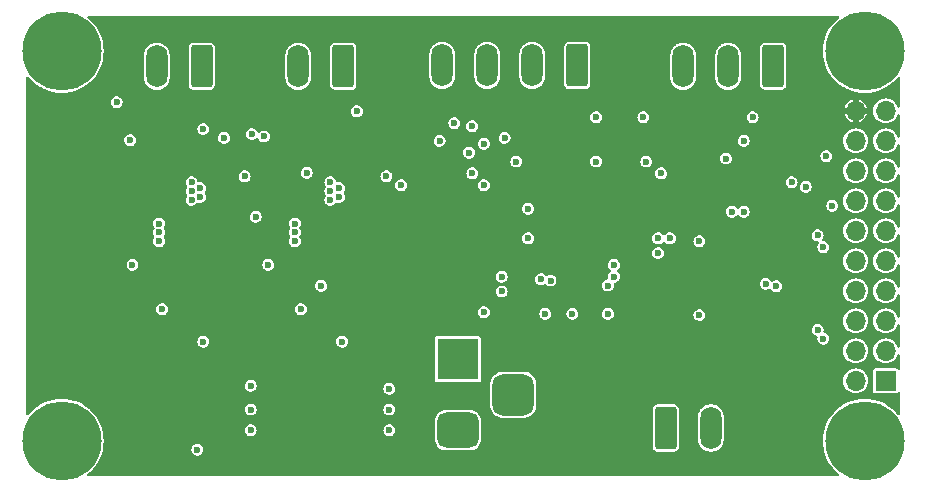
<source format=gbr>
%TF.GenerationSoftware,KiCad,Pcbnew,8.0.5*%
%TF.CreationDate,2024-11-23T14:45:08-05:00*%
%TF.ProjectId,wesp_card_access,77657370-5f63-4617-9264-5f6163636573,rev?*%
%TF.SameCoordinates,Original*%
%TF.FileFunction,Copper,L3,Inr*%
%TF.FilePolarity,Positive*%
%FSLAX46Y46*%
G04 Gerber Fmt 4.6, Leading zero omitted, Abs format (unit mm)*
G04 Created by KiCad (PCBNEW 8.0.5) date 2024-11-23 14:45:08*
%MOMM*%
%LPD*%
G01*
G04 APERTURE LIST*
G04 Aperture macros list*
%AMRoundRect*
0 Rectangle with rounded corners*
0 $1 Rounding radius*
0 $2 $3 $4 $5 $6 $7 $8 $9 X,Y pos of 4 corners*
0 Add a 4 corners polygon primitive as box body*
4,1,4,$2,$3,$4,$5,$6,$7,$8,$9,$2,$3,0*
0 Add four circle primitives for the rounded corners*
1,1,$1+$1,$2,$3*
1,1,$1+$1,$4,$5*
1,1,$1+$1,$6,$7*
1,1,$1+$1,$8,$9*
0 Add four rect primitives between the rounded corners*
20,1,$1+$1,$2,$3,$4,$5,0*
20,1,$1+$1,$4,$5,$6,$7,0*
20,1,$1+$1,$6,$7,$8,$9,0*
20,1,$1+$1,$8,$9,$2,$3,0*%
G04 Aperture macros list end*
%TA.AperFunction,ComponentPad*%
%ADD10RoundRect,0.250000X-0.650000X-1.550000X0.650000X-1.550000X0.650000X1.550000X-0.650000X1.550000X0*%
%TD*%
%TA.AperFunction,ComponentPad*%
%ADD11O,1.800000X3.600000*%
%TD*%
%TA.AperFunction,ComponentPad*%
%ADD12R,3.500000X3.500000*%
%TD*%
%TA.AperFunction,ComponentPad*%
%ADD13RoundRect,0.750000X1.000000X-0.750000X1.000000X0.750000X-1.000000X0.750000X-1.000000X-0.750000X0*%
%TD*%
%TA.AperFunction,ComponentPad*%
%ADD14RoundRect,0.875000X0.875000X-0.875000X0.875000X0.875000X-0.875000X0.875000X-0.875000X-0.875000X0*%
%TD*%
%TA.AperFunction,ComponentPad*%
%ADD15R,1.700000X1.700000*%
%TD*%
%TA.AperFunction,ComponentPad*%
%ADD16O,1.700000X1.700000*%
%TD*%
%TA.AperFunction,ComponentPad*%
%ADD17C,6.700000*%
%TD*%
%TA.AperFunction,ComponentPad*%
%ADD18RoundRect,0.250000X0.650000X1.550000X-0.650000X1.550000X-0.650000X-1.550000X0.650000X-1.550000X0*%
%TD*%
%TA.AperFunction,ViaPad*%
%ADD19C,0.600000*%
%TD*%
G04 APERTURE END LIST*
D10*
%TO.N,GND*%
%TO.C,J2*%
X156150000Y-114817500D03*
D11*
%TO.N,Net-(J2-Pin_2)*%
X159960000Y-114817500D03*
%TD*%
D12*
%TO.N,Net-(J2-Pin_2)*%
%TO.C,J6*%
X138542500Y-109000000D03*
D13*
%TO.N,GND*%
X138542500Y-115000000D03*
D14*
%TO.N,N/C*%
X143242500Y-112000000D03*
%TD*%
D15*
%TO.N,GND*%
%TO.C,U1*%
X174770000Y-110817500D03*
D16*
%TO.N,+3V3*%
X172230000Y-110817500D03*
%TO.N,unconnected-(U1-IO23-Pad3)*%
X174770000Y-108277500D03*
%TO.N,RS485_RE*%
X172230000Y-108277500D03*
%TO.N,RS485_RO*%
X174770000Y-105737500D03*
%TO.N,WIE_1*%
X172230000Y-105737500D03*
%TO.N,unconnected-(U1-IO32-Pad7)*%
X174770000Y-103197500D03*
%TO.N,WIE_0*%
X172230000Y-103197500D03*
%TO.N,GND*%
X174770000Y-100657500D03*
%TO.N,RS485_DI*%
X172230000Y-100657500D03*
%TO.N,STRIKE_1*%
X174770000Y-98117500D03*
%TO.N,Net-(U1-IO5)*%
X172230000Y-98117500D03*
%TO.N,STRIKE_0*%
X174770000Y-95577500D03*
%TO.N,Net-(U1-IO14)*%
X172230000Y-95577500D03*
%TO.N,SCL*%
X174770000Y-93037500D03*
%TO.N,RS485_DE*%
X172230000Y-93037500D03*
%TO.N,SDA*%
X174770000Y-90497500D03*
%TO.N,unconnected-(U1-IO2-Pad18)*%
X172230000Y-90497500D03*
%TO.N,GND*%
X174770000Y-87957500D03*
%TO.N,+12V*%
X172230000Y-87957500D03*
D17*
%TO.N,N/C*%
X105000000Y-82887500D03*
X105000000Y-115887500D03*
X173000000Y-82887500D03*
X173000000Y-115887500D03*
%TD*%
D18*
%TO.N,Net-(D4-A)*%
%TO.C,J5*%
X116850000Y-84182500D03*
D11*
%TO.N,Net-(J5-Pin_2)*%
X113040000Y-84182500D03*
%TD*%
D18*
%TO.N,GND*%
%TO.C,J3*%
X165255000Y-84182500D03*
D11*
%TO.N,Net-(J3-Pin_2)*%
X161445000Y-84182500D03*
%TO.N,Net-(J3-Pin_3)*%
X157635000Y-84182500D03*
%TD*%
D18*
%TO.N,Net-(D3-A)*%
%TO.C,J4*%
X128850000Y-84182500D03*
D11*
%TO.N,Net-(J4-Pin_2)*%
X125040000Y-84182500D03*
%TD*%
D18*
%TO.N,GND*%
%TO.C,J1*%
X148660000Y-84115000D03*
D11*
%TO.N,Net-(J1-Pin_2)*%
X144850000Y-84115000D03*
%TO.N,Net-(J1-Pin_3)*%
X141040000Y-84115000D03*
%TO.N,Net-(J1-Pin_4)*%
X137230000Y-84115000D03*
%TD*%
D19*
%TO.N,Net-(U1-IO5)*%
X168000000Y-94400000D03*
X165500000Y-102800000D03*
%TO.N,Net-(U1-IO14)*%
X166800000Y-94000000D03*
X164600000Y-102600000D03*
%TO.N,GND*%
X111000000Y-101000000D03*
X163500000Y-88500000D03*
X121000000Y-113250000D03*
X132500000Y-93500000D03*
X116000000Y-94000000D03*
X128750000Y-107500000D03*
X143500000Y-92250000D03*
X116000000Y-95500000D03*
X132750000Y-113250000D03*
X128500000Y-94500000D03*
X151250000Y-105150000D03*
X151250000Y-102750000D03*
X116750000Y-95250000D03*
X122500000Y-101000000D03*
X117000000Y-89500000D03*
X159000000Y-99000000D03*
X154500000Y-92250000D03*
X154250000Y-88500000D03*
X121000000Y-111250000D03*
X128500000Y-95250000D03*
X137000000Y-90500000D03*
X161250000Y-92000000D03*
X138250000Y-89000000D03*
X155500000Y-100000000D03*
X127750000Y-94000000D03*
X116000000Y-94750000D03*
X159000000Y-105250000D03*
X120500000Y-93500000D03*
X130000000Y-88000000D03*
X110796416Y-90448868D03*
X116750000Y-94500000D03*
X122125000Y-90125000D03*
X117000000Y-107500000D03*
X127750000Y-95500000D03*
X155750000Y-93250000D03*
X127750000Y-94750000D03*
X132750000Y-111500000D03*
%TO.N,STRIKE_1*%
X121000000Y-115000000D03*
X169500000Y-99500000D03*
X169500000Y-107250000D03*
%TO.N,STRIKE_0*%
X169000000Y-98500000D03*
X169000000Y-106500000D03*
X132750000Y-115000000D03*
%TO.N,SCL*%
X156500000Y-98750000D03*
X151750000Y-102000000D03*
X162750000Y-96500000D03*
%TO.N,WIE_1*%
X150250000Y-92250000D03*
%TO.N,RS485_DI*%
X169750000Y-91795000D03*
X170250000Y-96000000D03*
%TO.N,WIE_0*%
X150250000Y-88500000D03*
%TO.N,+12V*%
X129000000Y-92750000D03*
X110000000Y-94250000D03*
X136500000Y-104750000D03*
X112500000Y-90750000D03*
X121500000Y-95000000D03*
X127750000Y-112750000D03*
X117500000Y-93500000D03*
X119750000Y-107500000D03*
X131500000Y-107500000D03*
X116000000Y-112500000D03*
X110000000Y-95000000D03*
X137500000Y-104750000D03*
X123000000Y-90750000D03*
X110000000Y-96000000D03*
X162250000Y-106750000D03*
X162250000Y-107750000D03*
X138500000Y-104750000D03*
X135500000Y-104750000D03*
X121500000Y-95750000D03*
X111750000Y-90750000D03*
X121500000Y-94250000D03*
X123750000Y-90750000D03*
X162250000Y-105750000D03*
%TO.N,SDA*%
X151750000Y-101000000D03*
X155500000Y-98750000D03*
X161750000Y-96500000D03*
%TO.N,+3V3*%
X140750000Y-94250000D03*
X133750000Y-94250000D03*
%TO.N,STRIKE_FB0*%
X140750000Y-105000000D03*
X125250000Y-104750000D03*
%TO.N,Net-(D3-A)*%
X124750000Y-99000000D03*
X126972500Y-102775000D03*
X124750000Y-98250000D03*
X124750000Y-97500000D03*
%TO.N,READER_FUSE_FB*%
X144500000Y-96250000D03*
X142500000Y-90250000D03*
X144500000Y-98750000D03*
%TO.N,STRIKE_FB1*%
X142250000Y-102000000D03*
X113500000Y-104750000D03*
%TO.N,Net-(D4-A)*%
X113250000Y-99000000D03*
X113250000Y-98250000D03*
X113250000Y-97500000D03*
%TO.N,12v_fb*%
X162750000Y-90500000D03*
X142250000Y-103250000D03*
%TO.N,Net-(D9-A)*%
X116500000Y-116650000D03*
X109650000Y-87225000D03*
%TO.N,Net-(U4-IN+)*%
X139750000Y-89250000D03*
X139500000Y-91500000D03*
%TO.N,READER_CURRENT*%
X140750000Y-90750000D03*
X139775000Y-93250000D03*
%TO.N,STRIKE_0_CURRENT*%
X125750000Y-93208701D03*
X145600000Y-102225000D03*
%TO.N,STRIKE_1_CURRENT*%
X146392985Y-102330731D03*
X148248527Y-105150000D03*
X145950000Y-105150000D03*
X118750000Y-90250000D03*
%TO.N,Net-(D8-A)*%
X121100000Y-89925000D03*
X121425000Y-96925000D03*
%TD*%
%TA.AperFunction,Conductor*%
%TO.N,+12V*%
G36*
X170779146Y-79907685D02*
G01*
X170824901Y-79960489D01*
X170834845Y-80029647D01*
X170805820Y-80093203D01*
X170790143Y-80108366D01*
X170620995Y-80245339D01*
X170620987Y-80245346D01*
X170357846Y-80508487D01*
X170357839Y-80508495D01*
X170123641Y-80797705D01*
X169920959Y-81109809D01*
X169752006Y-81441396D01*
X169618641Y-81788821D01*
X169522319Y-82148299D01*
X169522319Y-82148301D01*
X169464104Y-82515860D01*
X169444627Y-82887499D01*
X169444627Y-82887500D01*
X169464104Y-83259139D01*
X169522319Y-83626698D01*
X169522319Y-83626700D01*
X169618641Y-83986178D01*
X169752006Y-84333603D01*
X169920959Y-84665191D01*
X170123641Y-84977294D01*
X170278971Y-85169110D01*
X170357843Y-85266509D01*
X170620991Y-85529657D01*
X170781072Y-85659288D01*
X170910205Y-85763858D01*
X171189728Y-85945382D01*
X171222313Y-85966543D01*
X171509056Y-86112646D01*
X171553503Y-86135293D01*
X171553900Y-86135495D01*
X171901329Y-86268861D01*
X172260796Y-86365180D01*
X172628362Y-86423396D01*
X172979444Y-86441795D01*
X172999999Y-86442873D01*
X173000000Y-86442873D01*
X173000001Y-86442873D01*
X173019478Y-86441852D01*
X173371638Y-86423396D01*
X173739204Y-86365180D01*
X174098671Y-86268861D01*
X174446100Y-86135495D01*
X174777687Y-85966543D01*
X175089796Y-85763857D01*
X175379009Y-85529657D01*
X175642157Y-85266509D01*
X175779134Y-85097355D01*
X175836621Y-85057645D01*
X175906452Y-85055317D01*
X175966456Y-85091112D01*
X175997582Y-85153666D01*
X175999500Y-85175392D01*
X175999500Y-87555816D01*
X175979815Y-87622855D01*
X175927011Y-87668610D01*
X175857853Y-87678554D01*
X175794297Y-87649529D01*
X175756839Y-87591811D01*
X175745232Y-87553546D01*
X175647685Y-87371050D01*
X175595702Y-87307709D01*
X175516410Y-87211089D01*
X175356452Y-87079817D01*
X175356453Y-87079817D01*
X175356450Y-87079815D01*
X175173954Y-86982268D01*
X174975934Y-86922200D01*
X174975932Y-86922199D01*
X174975934Y-86922199D01*
X174770000Y-86901917D01*
X174564067Y-86922199D01*
X174366043Y-86982269D01*
X174305812Y-87014464D01*
X174183550Y-87079815D01*
X174183548Y-87079816D01*
X174183547Y-87079817D01*
X174023589Y-87211089D01*
X173892317Y-87371047D01*
X173794769Y-87553543D01*
X173734699Y-87751567D01*
X173714417Y-87957500D01*
X173734699Y-88163432D01*
X173734700Y-88163434D01*
X173794768Y-88361454D01*
X173892315Y-88543950D01*
X173892317Y-88543952D01*
X174023589Y-88703910D01*
X174106686Y-88772105D01*
X174183550Y-88835185D01*
X174366046Y-88932732D01*
X174564066Y-88992800D01*
X174564065Y-88992800D01*
X174582529Y-88994618D01*
X174770000Y-89013083D01*
X174975934Y-88992800D01*
X175173954Y-88932732D01*
X175356450Y-88835185D01*
X175516410Y-88703910D01*
X175647685Y-88543950D01*
X175745232Y-88361454D01*
X175756839Y-88323187D01*
X175795136Y-88264750D01*
X175858948Y-88236293D01*
X175928015Y-88246852D01*
X175980409Y-88293076D01*
X175999500Y-88359183D01*
X175999500Y-90095816D01*
X175979815Y-90162855D01*
X175927011Y-90208610D01*
X175857853Y-90218554D01*
X175794297Y-90189529D01*
X175756839Y-90131811D01*
X175754773Y-90125000D01*
X175745232Y-90093546D01*
X175647685Y-89911050D01*
X175595702Y-89847709D01*
X175516410Y-89751089D01*
X175395212Y-89651626D01*
X175356450Y-89619815D01*
X175173954Y-89522268D01*
X174975934Y-89462200D01*
X174975932Y-89462199D01*
X174975934Y-89462199D01*
X174770000Y-89441917D01*
X174564067Y-89462199D01*
X174366043Y-89522269D01*
X174255898Y-89581143D01*
X174183550Y-89619815D01*
X174183548Y-89619816D01*
X174183547Y-89619817D01*
X174023589Y-89751089D01*
X173892317Y-89911047D01*
X173794769Y-90093543D01*
X173734699Y-90291567D01*
X173714417Y-90497500D01*
X173734699Y-90703432D01*
X173756801Y-90776293D01*
X173794768Y-90901454D01*
X173892315Y-91083950D01*
X173892317Y-91083952D01*
X174023589Y-91243910D01*
X174085234Y-91294500D01*
X174183550Y-91375185D01*
X174366046Y-91472732D01*
X174564066Y-91532800D01*
X174564065Y-91532800D01*
X174582529Y-91534618D01*
X174770000Y-91553083D01*
X174975934Y-91532800D01*
X175173954Y-91472732D01*
X175356450Y-91375185D01*
X175516410Y-91243910D01*
X175647685Y-91083950D01*
X175745232Y-90901454D01*
X175756839Y-90863187D01*
X175795136Y-90804750D01*
X175858948Y-90776293D01*
X175928015Y-90786852D01*
X175980409Y-90833076D01*
X175999500Y-90899183D01*
X175999500Y-92635816D01*
X175979815Y-92702855D01*
X175927011Y-92748610D01*
X175857853Y-92758554D01*
X175794297Y-92729529D01*
X175756839Y-92671811D01*
X175745232Y-92633546D01*
X175647685Y-92451050D01*
X175591135Y-92382143D01*
X175516410Y-92291089D01*
X175356452Y-92159817D01*
X175356453Y-92159817D01*
X175356450Y-92159815D01*
X175173954Y-92062268D01*
X174975934Y-92002200D01*
X174975932Y-92002199D01*
X174975934Y-92002199D01*
X174770000Y-91981917D01*
X174564067Y-92002199D01*
X174366043Y-92062269D01*
X174281343Y-92107543D01*
X174183550Y-92159815D01*
X174183548Y-92159816D01*
X174183547Y-92159817D01*
X174023589Y-92291089D01*
X173892317Y-92451047D01*
X173892315Y-92451050D01*
X173887556Y-92459954D01*
X173794769Y-92633543D01*
X173734699Y-92831567D01*
X173714417Y-93037500D01*
X173734699Y-93243432D01*
X173756801Y-93316293D01*
X173794768Y-93441454D01*
X173892315Y-93623950D01*
X173907503Y-93642457D01*
X174023589Y-93783910D01*
X174113313Y-93857543D01*
X174183550Y-93915185D01*
X174366046Y-94012732D01*
X174564066Y-94072800D01*
X174564065Y-94072800D01*
X174582529Y-94074618D01*
X174770000Y-94093083D01*
X174975934Y-94072800D01*
X175173954Y-94012732D01*
X175356450Y-93915185D01*
X175516410Y-93783910D01*
X175647685Y-93623950D01*
X175745232Y-93441454D01*
X175756839Y-93403187D01*
X175795136Y-93344750D01*
X175858948Y-93316293D01*
X175928015Y-93326852D01*
X175980409Y-93373076D01*
X175999500Y-93439183D01*
X175999500Y-95175816D01*
X175979815Y-95242855D01*
X175927011Y-95288610D01*
X175857853Y-95298554D01*
X175794297Y-95269529D01*
X175756839Y-95211811D01*
X175745232Y-95173546D01*
X175647685Y-94991050D01*
X175566929Y-94892648D01*
X175516410Y-94831089D01*
X175356452Y-94699817D01*
X175356453Y-94699817D01*
X175356450Y-94699815D01*
X175173954Y-94602268D01*
X174975934Y-94542200D01*
X174975932Y-94542199D01*
X174975934Y-94542199D01*
X174770000Y-94521917D01*
X174564067Y-94542199D01*
X174366043Y-94602269D01*
X174310154Y-94632143D01*
X174183550Y-94699815D01*
X174183548Y-94699816D01*
X174183547Y-94699817D01*
X174023589Y-94831089D01*
X173892317Y-94991047D01*
X173794769Y-95173543D01*
X173734699Y-95371567D01*
X173714417Y-95577500D01*
X173734699Y-95783432D01*
X173734700Y-95783434D01*
X173794768Y-95981454D01*
X173892315Y-96163950D01*
X173892317Y-96163952D01*
X174023589Y-96323910D01*
X174107114Y-96392456D01*
X174183550Y-96455185D01*
X174366046Y-96552732D01*
X174564066Y-96612800D01*
X174564065Y-96612800D01*
X174582529Y-96614618D01*
X174770000Y-96633083D01*
X174975934Y-96612800D01*
X175173954Y-96552732D01*
X175356450Y-96455185D01*
X175516410Y-96323910D01*
X175647685Y-96163950D01*
X175745232Y-95981454D01*
X175756839Y-95943187D01*
X175795136Y-95884750D01*
X175858948Y-95856293D01*
X175928015Y-95866852D01*
X175980409Y-95913076D01*
X175999500Y-95979183D01*
X175999500Y-97715816D01*
X175979815Y-97782855D01*
X175927011Y-97828610D01*
X175857853Y-97838554D01*
X175794297Y-97809529D01*
X175756839Y-97751811D01*
X175745232Y-97713546D01*
X175647685Y-97531050D01*
X175561062Y-97425499D01*
X175516410Y-97371089D01*
X175356452Y-97239817D01*
X175356453Y-97239817D01*
X175356450Y-97239815D01*
X175173954Y-97142268D01*
X174975934Y-97082200D01*
X174975932Y-97082199D01*
X174975934Y-97082199D01*
X174770000Y-97061917D01*
X174564067Y-97082199D01*
X174366043Y-97142269D01*
X174261086Y-97198371D01*
X174183550Y-97239815D01*
X174183548Y-97239816D01*
X174183547Y-97239817D01*
X174023589Y-97371089D01*
X173892317Y-97531047D01*
X173794769Y-97713543D01*
X173734699Y-97911567D01*
X173714417Y-98117500D01*
X173734699Y-98323432D01*
X173748175Y-98367856D01*
X173794768Y-98521454D01*
X173892315Y-98703950D01*
X173910926Y-98726628D01*
X174023589Y-98863910D01*
X174100479Y-98927011D01*
X174183550Y-98995185D01*
X174366046Y-99092732D01*
X174564066Y-99152800D01*
X174564065Y-99152800D01*
X174582529Y-99154618D01*
X174770000Y-99173083D01*
X174975934Y-99152800D01*
X175173954Y-99092732D01*
X175356450Y-98995185D01*
X175516410Y-98863910D01*
X175647685Y-98703950D01*
X175745232Y-98521454D01*
X175756839Y-98483187D01*
X175795136Y-98424750D01*
X175858948Y-98396293D01*
X175928015Y-98406852D01*
X175980409Y-98453076D01*
X175999500Y-98519183D01*
X175999500Y-100255816D01*
X175979815Y-100322855D01*
X175927011Y-100368610D01*
X175857853Y-100378554D01*
X175794297Y-100349529D01*
X175756839Y-100291811D01*
X175751246Y-100273373D01*
X175745232Y-100253546D01*
X175647685Y-100071050D01*
X175595702Y-100007709D01*
X175516410Y-99911089D01*
X175356452Y-99779817D01*
X175356453Y-99779817D01*
X175356450Y-99779815D01*
X175173954Y-99682268D01*
X174975934Y-99622200D01*
X174975932Y-99622199D01*
X174975934Y-99622199D01*
X174770000Y-99601917D01*
X174564067Y-99622199D01*
X174366043Y-99682269D01*
X174283057Y-99726627D01*
X174183550Y-99779815D01*
X174183548Y-99779816D01*
X174183547Y-99779817D01*
X174023589Y-99911089D01*
X173892317Y-100071047D01*
X173794769Y-100253543D01*
X173734699Y-100451567D01*
X173714417Y-100657500D01*
X173734699Y-100863432D01*
X173734700Y-100863434D01*
X173794768Y-101061454D01*
X173892315Y-101243950D01*
X173892317Y-101243952D01*
X174023589Y-101403910D01*
X174077910Y-101448489D01*
X174183550Y-101535185D01*
X174366046Y-101632732D01*
X174564066Y-101692800D01*
X174564065Y-101692800D01*
X174582529Y-101694618D01*
X174770000Y-101713083D01*
X174975934Y-101692800D01*
X175173954Y-101632732D01*
X175356450Y-101535185D01*
X175516410Y-101403910D01*
X175647685Y-101243950D01*
X175745232Y-101061454D01*
X175756839Y-101023187D01*
X175795136Y-100964750D01*
X175858948Y-100936293D01*
X175928015Y-100946852D01*
X175980409Y-100993076D01*
X175999500Y-101059183D01*
X175999500Y-102795816D01*
X175979815Y-102862855D01*
X175927011Y-102908610D01*
X175857853Y-102918554D01*
X175794297Y-102889529D01*
X175756839Y-102831811D01*
X175756663Y-102831230D01*
X175745232Y-102793546D01*
X175647685Y-102611050D01*
X175578401Y-102526627D01*
X175516410Y-102451089D01*
X175369751Y-102330731D01*
X175356450Y-102319815D01*
X175173954Y-102222268D01*
X174975934Y-102162200D01*
X174975932Y-102162199D01*
X174975934Y-102162199D01*
X174770000Y-102141917D01*
X174564067Y-102162199D01*
X174366043Y-102222269D01*
X174312328Y-102250981D01*
X174183550Y-102319815D01*
X174183548Y-102319816D01*
X174183547Y-102319817D01*
X174023589Y-102451089D01*
X173892317Y-102611047D01*
X173794769Y-102793543D01*
X173734699Y-102991567D01*
X173714417Y-103197500D01*
X173734699Y-103403432D01*
X173734700Y-103403434D01*
X173794768Y-103601454D01*
X173892315Y-103783950D01*
X173892317Y-103783952D01*
X174023589Y-103943910D01*
X174120209Y-104023202D01*
X174183550Y-104075185D01*
X174366046Y-104172732D01*
X174564066Y-104232800D01*
X174564065Y-104232800D01*
X174582529Y-104234618D01*
X174770000Y-104253083D01*
X174975934Y-104232800D01*
X175173954Y-104172732D01*
X175356450Y-104075185D01*
X175516410Y-103943910D01*
X175647685Y-103783950D01*
X175745232Y-103601454D01*
X175756839Y-103563187D01*
X175795136Y-103504750D01*
X175858948Y-103476293D01*
X175928015Y-103486852D01*
X175980409Y-103533076D01*
X175999500Y-103599183D01*
X175999500Y-105335816D01*
X175979815Y-105402855D01*
X175927011Y-105448610D01*
X175857853Y-105458554D01*
X175794297Y-105429529D01*
X175756839Y-105371811D01*
X175745232Y-105333546D01*
X175647685Y-105151050D01*
X175542904Y-105023373D01*
X175516410Y-104991089D01*
X175376937Y-104876628D01*
X175356450Y-104859815D01*
X175173954Y-104762268D01*
X174975934Y-104702200D01*
X174975932Y-104702199D01*
X174975934Y-104702199D01*
X174770000Y-104681917D01*
X174564067Y-104702199D01*
X174366043Y-104762269D01*
X174255898Y-104821143D01*
X174183550Y-104859815D01*
X174183548Y-104859816D01*
X174183547Y-104859817D01*
X174023589Y-104991089D01*
X173892317Y-105151047D01*
X173794769Y-105333543D01*
X173734699Y-105531567D01*
X173714417Y-105737500D01*
X173734699Y-105943432D01*
X173734700Y-105943434D01*
X173794768Y-106141454D01*
X173892315Y-106323950D01*
X173892317Y-106323952D01*
X174023589Y-106483910D01*
X174120209Y-106563202D01*
X174183550Y-106615185D01*
X174366046Y-106712732D01*
X174564066Y-106772800D01*
X174564065Y-106772800D01*
X174582529Y-106774618D01*
X174770000Y-106793083D01*
X174975934Y-106772800D01*
X175173954Y-106712732D01*
X175356450Y-106615185D01*
X175516410Y-106483910D01*
X175647685Y-106323950D01*
X175745232Y-106141454D01*
X175756839Y-106103187D01*
X175795136Y-106044750D01*
X175858948Y-106016293D01*
X175928015Y-106026852D01*
X175980409Y-106073076D01*
X175999500Y-106139183D01*
X175999500Y-107875816D01*
X175979815Y-107942855D01*
X175927011Y-107988610D01*
X175857853Y-107998554D01*
X175794297Y-107969529D01*
X175756839Y-107911811D01*
X175745232Y-107873546D01*
X175647685Y-107691050D01*
X175595702Y-107627709D01*
X175516410Y-107531089D01*
X175356452Y-107399817D01*
X175356453Y-107399817D01*
X175356450Y-107399815D01*
X175173954Y-107302268D01*
X174975934Y-107242200D01*
X174975932Y-107242199D01*
X174975934Y-107242199D01*
X174770000Y-107221917D01*
X174564067Y-107242199D01*
X174366043Y-107302269D01*
X174262635Y-107357543D01*
X174183550Y-107399815D01*
X174183548Y-107399816D01*
X174183547Y-107399817D01*
X174023589Y-107531089D01*
X173892317Y-107691047D01*
X173794769Y-107873543D01*
X173734699Y-108071567D01*
X173714417Y-108277500D01*
X173734699Y-108483432D01*
X173734700Y-108483434D01*
X173794768Y-108681454D01*
X173892315Y-108863950D01*
X173892317Y-108863952D01*
X174023589Y-109023910D01*
X174120209Y-109103202D01*
X174183550Y-109155185D01*
X174366046Y-109252732D01*
X174564066Y-109312800D01*
X174564065Y-109312800D01*
X174582529Y-109314618D01*
X174770000Y-109333083D01*
X174975934Y-109312800D01*
X175173954Y-109252732D01*
X175356450Y-109155185D01*
X175516410Y-109023910D01*
X175647685Y-108863950D01*
X175745232Y-108681454D01*
X175756839Y-108643187D01*
X175795136Y-108584750D01*
X175858948Y-108556293D01*
X175928015Y-108566852D01*
X175980409Y-108613076D01*
X175999500Y-108679183D01*
X175999500Y-109765798D01*
X175979815Y-109832837D01*
X175927011Y-109878592D01*
X175857853Y-109888536D01*
X175794297Y-109859511D01*
X175772399Y-109834691D01*
X175764551Y-109822947D01*
X175698230Y-109778632D01*
X175698229Y-109778631D01*
X175639752Y-109767000D01*
X175639748Y-109767000D01*
X173900252Y-109767000D01*
X173900247Y-109767000D01*
X173841770Y-109778631D01*
X173841769Y-109778632D01*
X173775447Y-109822947D01*
X173731132Y-109889269D01*
X173731131Y-109889270D01*
X173719500Y-109947747D01*
X173719500Y-111687252D01*
X173731131Y-111745729D01*
X173731132Y-111745730D01*
X173775447Y-111812052D01*
X173841769Y-111856367D01*
X173841770Y-111856368D01*
X173900247Y-111867999D01*
X173900250Y-111868000D01*
X173900252Y-111868000D01*
X175639750Y-111868000D01*
X175639751Y-111867999D01*
X175654568Y-111865052D01*
X175698229Y-111856368D01*
X175698229Y-111856367D01*
X175698231Y-111856367D01*
X175764552Y-111812052D01*
X175764553Y-111812051D01*
X175772398Y-111800311D01*
X175826010Y-111755505D01*
X175895335Y-111746798D01*
X175958362Y-111776952D01*
X175995082Y-111836395D01*
X175999500Y-111869201D01*
X175999500Y-113599607D01*
X175979815Y-113666646D01*
X175927011Y-113712401D01*
X175857853Y-113722345D01*
X175794297Y-113693320D01*
X175779134Y-113677643D01*
X175654208Y-113523373D01*
X175642157Y-113508491D01*
X175379009Y-113245343D01*
X175327911Y-113203965D01*
X175089794Y-113011141D01*
X174777691Y-112808459D01*
X174446103Y-112639506D01*
X174098678Y-112506141D01*
X174098671Y-112506139D01*
X173739204Y-112409820D01*
X173739200Y-112409819D01*
X173739199Y-112409819D01*
X173371639Y-112351604D01*
X173000001Y-112332127D01*
X172999999Y-112332127D01*
X172628360Y-112351604D01*
X172260801Y-112409819D01*
X172260799Y-112409819D01*
X171901321Y-112506141D01*
X171553896Y-112639506D01*
X171222309Y-112808459D01*
X170910205Y-113011141D01*
X170620995Y-113245339D01*
X170620987Y-113245346D01*
X170357846Y-113508487D01*
X170357839Y-113508495D01*
X170123641Y-113797705D01*
X169920959Y-114109809D01*
X169752006Y-114441396D01*
X169618641Y-114788821D01*
X169522319Y-115148299D01*
X169522319Y-115148301D01*
X169464104Y-115515860D01*
X169444627Y-115887499D01*
X169444627Y-115887500D01*
X169464104Y-116259139D01*
X169511266Y-116556911D01*
X169522320Y-116626704D01*
X169566733Y-116792457D01*
X169618641Y-116986178D01*
X169752006Y-117333603D01*
X169920959Y-117665191D01*
X170123641Y-117977294D01*
X170284058Y-118175392D01*
X170357843Y-118266509D01*
X170620991Y-118529657D01*
X170620995Y-118529660D01*
X170790143Y-118666634D01*
X170829854Y-118724121D01*
X170832182Y-118793952D01*
X170796386Y-118853956D01*
X170733833Y-118885082D01*
X170712107Y-118887000D01*
X107287893Y-118887000D01*
X107220854Y-118867315D01*
X107175099Y-118814511D01*
X107165155Y-118745353D01*
X107194180Y-118681797D01*
X107209857Y-118666634D01*
X107260789Y-118625389D01*
X107379009Y-118529657D01*
X107642157Y-118266509D01*
X107876357Y-117977296D01*
X108079043Y-117665187D01*
X108247995Y-117333600D01*
X108381361Y-116986171D01*
X108471438Y-116650000D01*
X115994353Y-116650000D01*
X116014834Y-116792456D01*
X116026500Y-116818000D01*
X116074623Y-116923373D01*
X116168872Y-117032143D01*
X116289947Y-117109953D01*
X116289950Y-117109954D01*
X116289949Y-117109954D01*
X116428036Y-117150499D01*
X116428038Y-117150500D01*
X116428039Y-117150500D01*
X116571962Y-117150500D01*
X116571962Y-117150499D01*
X116710053Y-117109953D01*
X116831128Y-117032143D01*
X116925377Y-116923373D01*
X116985165Y-116792457D01*
X117005647Y-116650000D01*
X116985165Y-116507543D01*
X116925377Y-116376627D01*
X116831128Y-116267857D01*
X116710053Y-116190047D01*
X116710051Y-116190046D01*
X116710049Y-116190045D01*
X116710050Y-116190045D01*
X116571963Y-116149500D01*
X116571961Y-116149500D01*
X116428039Y-116149500D01*
X116428036Y-116149500D01*
X116289949Y-116190045D01*
X116168873Y-116267856D01*
X116074623Y-116376626D01*
X116074622Y-116376628D01*
X116014834Y-116507543D01*
X115994353Y-116650000D01*
X108471438Y-116650000D01*
X108477680Y-116626704D01*
X108535896Y-116259138D01*
X108555373Y-115887500D01*
X108535896Y-115515862D01*
X108477680Y-115148296D01*
X108437944Y-115000000D01*
X120494353Y-115000000D01*
X120514834Y-115142456D01*
X120574622Y-115273371D01*
X120574623Y-115273373D01*
X120668872Y-115382143D01*
X120789947Y-115459953D01*
X120789950Y-115459954D01*
X120789949Y-115459954D01*
X120928036Y-115500499D01*
X120928038Y-115500500D01*
X120928039Y-115500500D01*
X121071962Y-115500500D01*
X121071962Y-115500499D01*
X121210053Y-115459953D01*
X121331128Y-115382143D01*
X121425377Y-115273373D01*
X121485165Y-115142457D01*
X121505647Y-115000000D01*
X132244353Y-115000000D01*
X132264834Y-115142456D01*
X132324622Y-115273371D01*
X132324623Y-115273373D01*
X132418872Y-115382143D01*
X132539947Y-115459953D01*
X132539950Y-115459954D01*
X132539949Y-115459954D01*
X132678036Y-115500499D01*
X132678038Y-115500500D01*
X132678039Y-115500500D01*
X132821962Y-115500500D01*
X132821962Y-115500499D01*
X132960053Y-115459953D01*
X133081128Y-115382143D01*
X133175377Y-115273373D01*
X133235165Y-115142457D01*
X133255647Y-115000000D01*
X133235165Y-114857543D01*
X133175377Y-114726627D01*
X133081128Y-114617857D01*
X132960053Y-114540047D01*
X132960051Y-114540046D01*
X132960049Y-114540045D01*
X132960050Y-114540045D01*
X132821963Y-114499500D01*
X132821961Y-114499500D01*
X132678039Y-114499500D01*
X132678036Y-114499500D01*
X132539949Y-114540045D01*
X132418873Y-114617856D01*
X132324623Y-114726626D01*
X132324622Y-114726628D01*
X132264834Y-114857543D01*
X132244353Y-115000000D01*
X121505647Y-115000000D01*
X121485165Y-114857543D01*
X121425377Y-114726627D01*
X121331128Y-114617857D01*
X121210053Y-114540047D01*
X121210051Y-114540046D01*
X121210049Y-114540045D01*
X121210050Y-114540045D01*
X121071963Y-114499500D01*
X121071961Y-114499500D01*
X120928039Y-114499500D01*
X120928036Y-114499500D01*
X120789949Y-114540045D01*
X120668873Y-114617856D01*
X120574623Y-114726626D01*
X120574622Y-114726628D01*
X120514834Y-114857543D01*
X120494353Y-115000000D01*
X108437944Y-115000000D01*
X108381361Y-114788829D01*
X108247995Y-114441400D01*
X108122378Y-114194863D01*
X136592000Y-114194863D01*
X136592000Y-115805136D01*
X136602082Y-115918548D01*
X136655262Y-116104405D01*
X136655263Y-116104406D01*
X136744766Y-116275751D01*
X136759881Y-116294288D01*
X136866928Y-116425571D01*
X136941839Y-116486652D01*
X137016749Y-116547734D01*
X137188094Y-116637237D01*
X137373948Y-116690417D01*
X137487362Y-116700500D01*
X137487370Y-116700500D01*
X139597630Y-116700500D01*
X139597638Y-116700500D01*
X139711052Y-116690417D01*
X139896906Y-116637237D01*
X140068251Y-116547734D01*
X140218071Y-116425571D01*
X140340234Y-116275751D01*
X140429737Y-116104406D01*
X140482917Y-115918552D01*
X140493000Y-115805138D01*
X140493000Y-114194862D01*
X140482917Y-114081448D01*
X140429737Y-113895594D01*
X140340234Y-113724249D01*
X140265131Y-113632143D01*
X140218071Y-113574428D01*
X140120727Y-113495055D01*
X140068251Y-113452266D01*
X139954373Y-113392781D01*
X139896905Y-113362762D01*
X139742345Y-113318537D01*
X139711052Y-113309583D01*
X139711051Y-113309582D01*
X139711048Y-113309582D01*
X139622162Y-113301680D01*
X139597638Y-113299500D01*
X137487362Y-113299500D01*
X137475099Y-113300590D01*
X137373951Y-113309582D01*
X137188094Y-113362762D01*
X137016750Y-113452265D01*
X136866928Y-113574428D01*
X136744765Y-113724250D01*
X136655262Y-113895594D01*
X136602082Y-114081451D01*
X136592000Y-114194863D01*
X108122378Y-114194863D01*
X108079043Y-114109814D01*
X107975584Y-113950500D01*
X107876358Y-113797705D01*
X107715941Y-113599607D01*
X107642157Y-113508491D01*
X107383666Y-113250000D01*
X120494353Y-113250000D01*
X120514834Y-113392456D01*
X120567828Y-113508495D01*
X120574623Y-113523373D01*
X120668872Y-113632143D01*
X120789947Y-113709953D01*
X120789950Y-113709954D01*
X120789949Y-113709954D01*
X120928036Y-113750499D01*
X120928038Y-113750500D01*
X120928039Y-113750500D01*
X121071962Y-113750500D01*
X121071962Y-113750499D01*
X121210053Y-113709953D01*
X121331128Y-113632143D01*
X121425377Y-113523373D01*
X121485165Y-113392457D01*
X121505647Y-113250000D01*
X132244353Y-113250000D01*
X132264834Y-113392456D01*
X132317828Y-113508495D01*
X132324623Y-113523373D01*
X132418872Y-113632143D01*
X132539947Y-113709953D01*
X132539950Y-113709954D01*
X132539949Y-113709954D01*
X132678036Y-113750499D01*
X132678038Y-113750500D01*
X132678039Y-113750500D01*
X132821962Y-113750500D01*
X132821962Y-113750499D01*
X132960053Y-113709953D01*
X133081128Y-113632143D01*
X133175377Y-113523373D01*
X133235165Y-113392457D01*
X133255647Y-113250000D01*
X133235165Y-113107543D01*
X133175377Y-112976627D01*
X133081128Y-112867857D01*
X132960053Y-112790047D01*
X132960051Y-112790046D01*
X132960049Y-112790045D01*
X132960050Y-112790045D01*
X132821963Y-112749500D01*
X132821961Y-112749500D01*
X132678039Y-112749500D01*
X132678036Y-112749500D01*
X132539949Y-112790045D01*
X132418873Y-112867856D01*
X132324623Y-112976626D01*
X132324622Y-112976628D01*
X132264834Y-113107543D01*
X132244353Y-113250000D01*
X121505647Y-113250000D01*
X121485165Y-113107543D01*
X121425377Y-112976627D01*
X121331128Y-112867857D01*
X121210053Y-112790047D01*
X121210051Y-112790046D01*
X121210049Y-112790045D01*
X121210050Y-112790045D01*
X121071963Y-112749500D01*
X121071961Y-112749500D01*
X120928039Y-112749500D01*
X120928036Y-112749500D01*
X120789949Y-112790045D01*
X120668873Y-112867856D01*
X120574623Y-112976626D01*
X120574622Y-112976628D01*
X120514834Y-113107543D01*
X120494353Y-113250000D01*
X107383666Y-113250000D01*
X107379009Y-113245343D01*
X107327911Y-113203965D01*
X107089794Y-113011141D01*
X106777691Y-112808459D01*
X106446103Y-112639506D01*
X106098678Y-112506141D01*
X106098671Y-112506139D01*
X105739204Y-112409820D01*
X105739200Y-112409819D01*
X105739199Y-112409819D01*
X105371639Y-112351604D01*
X105000001Y-112332127D01*
X104999999Y-112332127D01*
X104628360Y-112351604D01*
X104260801Y-112409819D01*
X104260799Y-112409819D01*
X103901321Y-112506141D01*
X103553896Y-112639506D01*
X103222309Y-112808459D01*
X102910205Y-113011141D01*
X102620995Y-113245339D01*
X102620987Y-113245346D01*
X102357846Y-113508487D01*
X102357839Y-113508495D01*
X102220866Y-113677643D01*
X102163379Y-113717354D01*
X102093548Y-113719682D01*
X102033544Y-113683886D01*
X102002418Y-113621333D01*
X102000500Y-113599607D01*
X102000500Y-111250000D01*
X120494353Y-111250000D01*
X120514834Y-111392456D01*
X120563949Y-111500000D01*
X120574623Y-111523373D01*
X120668872Y-111632143D01*
X120789947Y-111709953D01*
X120789950Y-111709954D01*
X120789949Y-111709954D01*
X120928036Y-111750499D01*
X120928038Y-111750500D01*
X120928039Y-111750500D01*
X121071962Y-111750500D01*
X121071962Y-111750499D01*
X121210053Y-111709953D01*
X121331128Y-111632143D01*
X121425377Y-111523373D01*
X121436051Y-111500000D01*
X132244353Y-111500000D01*
X132264834Y-111642456D01*
X132295660Y-111709954D01*
X132324623Y-111773373D01*
X132418872Y-111882143D01*
X132539947Y-111959953D01*
X132539950Y-111959954D01*
X132539949Y-111959954D01*
X132678036Y-112000499D01*
X132678038Y-112000500D01*
X132678039Y-112000500D01*
X132821962Y-112000500D01*
X132821962Y-112000499D01*
X132960053Y-111959953D01*
X133081128Y-111882143D01*
X133175377Y-111773373D01*
X133235165Y-111642457D01*
X133255647Y-111500000D01*
X133235165Y-111357543D01*
X133175377Y-111226627D01*
X133081128Y-111117857D01*
X132964464Y-111042882D01*
X141292000Y-111042882D01*
X141292000Y-112957118D01*
X141294749Y-113003263D01*
X141294749Y-113003267D01*
X141294750Y-113003268D01*
X141338407Y-113203961D01*
X141338409Y-113203968D01*
X141419126Y-113392457D01*
X141419263Y-113392777D01*
X141419266Y-113392781D01*
X141534382Y-113562868D01*
X141534390Y-113562877D01*
X141679622Y-113708109D01*
X141679631Y-113708117D01*
X141782349Y-113777637D01*
X141849723Y-113823237D01*
X141849728Y-113823239D01*
X142038531Y-113904090D01*
X142038538Y-113904092D01*
X142105435Y-113918644D01*
X142239237Y-113947751D01*
X142285382Y-113950500D01*
X142285393Y-113950500D01*
X144199607Y-113950500D01*
X144199618Y-113950500D01*
X144245763Y-113947751D01*
X144421454Y-113909531D01*
X144446461Y-113904092D01*
X144446468Y-113904090D01*
X144509402Y-113877139D01*
X144635277Y-113823237D01*
X144781531Y-113724250D01*
X144805368Y-113708117D01*
X144805369Y-113708115D01*
X144805375Y-113708112D01*
X144950612Y-113562875D01*
X145065737Y-113392777D01*
X145142622Y-113213234D01*
X145142624Y-113213230D01*
X155049500Y-113213230D01*
X155049500Y-116421769D01*
X155052353Y-116452199D01*
X155052353Y-116452201D01*
X155088994Y-116556911D01*
X155097207Y-116580382D01*
X155177850Y-116689650D01*
X155287118Y-116770293D01*
X155329845Y-116785244D01*
X155415299Y-116815146D01*
X155445730Y-116818000D01*
X155445734Y-116818000D01*
X156854270Y-116818000D01*
X156884699Y-116815146D01*
X156884701Y-116815146D01*
X156949544Y-116792456D01*
X157012882Y-116770293D01*
X157122150Y-116689650D01*
X157202793Y-116580382D01*
X157228280Y-116507543D01*
X157247646Y-116452201D01*
X157247646Y-116452199D01*
X157250500Y-116421769D01*
X157250500Y-113830889D01*
X158859500Y-113830889D01*
X158859500Y-115804111D01*
X158859662Y-115805136D01*
X158877625Y-115918552D01*
X158886598Y-115975201D01*
X158940127Y-116139945D01*
X159018768Y-116294288D01*
X159120586Y-116434428D01*
X159243072Y-116556914D01*
X159383212Y-116658732D01*
X159537555Y-116737373D01*
X159702299Y-116790902D01*
X159873389Y-116818000D01*
X159873390Y-116818000D01*
X160046610Y-116818000D01*
X160046611Y-116818000D01*
X160217701Y-116790902D01*
X160382445Y-116737373D01*
X160536788Y-116658732D01*
X160676928Y-116556914D01*
X160799414Y-116434428D01*
X160901232Y-116294288D01*
X160979873Y-116139945D01*
X161033402Y-115975201D01*
X161060500Y-115804111D01*
X161060500Y-113830889D01*
X161033402Y-113659799D01*
X160979873Y-113495055D01*
X160901232Y-113340712D01*
X160799414Y-113200572D01*
X160676928Y-113078086D01*
X160536788Y-112976268D01*
X160382445Y-112897627D01*
X160217701Y-112844098D01*
X160217699Y-112844097D01*
X160217698Y-112844097D01*
X160064624Y-112819853D01*
X160046611Y-112817000D01*
X159873389Y-112817000D01*
X159855376Y-112819853D01*
X159702302Y-112844097D01*
X159537552Y-112897628D01*
X159383211Y-112976268D01*
X159303256Y-113034359D01*
X159243072Y-113078086D01*
X159243070Y-113078088D01*
X159243069Y-113078088D01*
X159120588Y-113200569D01*
X159120588Y-113200570D01*
X159120586Y-113200572D01*
X159088061Y-113245339D01*
X159018768Y-113340711D01*
X158940128Y-113495052D01*
X158886597Y-113659802D01*
X158872232Y-113750500D01*
X158859500Y-113830889D01*
X157250500Y-113830889D01*
X157250500Y-113213230D01*
X157247646Y-113182800D01*
X157247646Y-113182798D01*
X157202793Y-113054619D01*
X157202792Y-113054617D01*
X157170707Y-113011143D01*
X157122150Y-112945350D01*
X157012882Y-112864707D01*
X157012880Y-112864706D01*
X156884700Y-112819853D01*
X156854270Y-112817000D01*
X156854266Y-112817000D01*
X155445734Y-112817000D01*
X155445730Y-112817000D01*
X155415300Y-112819853D01*
X155415298Y-112819853D01*
X155287119Y-112864706D01*
X155287117Y-112864707D01*
X155177850Y-112945350D01*
X155097207Y-113054617D01*
X155097206Y-113054619D01*
X155052353Y-113182798D01*
X155052353Y-113182800D01*
X155049500Y-113213230D01*
X145142624Y-113213230D01*
X145146590Y-113203968D01*
X145146592Y-113203961D01*
X145167566Y-113107543D01*
X145190251Y-113003263D01*
X145193000Y-112957118D01*
X145193000Y-111042882D01*
X145190251Y-110996737D01*
X145153595Y-110828230D01*
X145151261Y-110817500D01*
X171174417Y-110817500D01*
X171194699Y-111023432D01*
X171254769Y-111221456D01*
X171257533Y-111226627D01*
X171352315Y-111403950D01*
X171352317Y-111403952D01*
X171483589Y-111563910D01*
X171566733Y-111632143D01*
X171643550Y-111695185D01*
X171826046Y-111792732D01*
X172024066Y-111852800D01*
X172024065Y-111852800D01*
X172042529Y-111854618D01*
X172230000Y-111873083D01*
X172435934Y-111852800D01*
X172633954Y-111792732D01*
X172816450Y-111695185D01*
X172976410Y-111563910D01*
X173107685Y-111403950D01*
X173205232Y-111221454D01*
X173265300Y-111023434D01*
X173285583Y-110817500D01*
X173265300Y-110611566D01*
X173205232Y-110413546D01*
X173107685Y-110231050D01*
X173055702Y-110167709D01*
X172976410Y-110071089D01*
X172816452Y-109939817D01*
X172816453Y-109939817D01*
X172816450Y-109939815D01*
X172633954Y-109842268D01*
X172435934Y-109782200D01*
X172435932Y-109782199D01*
X172435934Y-109782199D01*
X172230000Y-109761917D01*
X172024067Y-109782199D01*
X171826043Y-109842269D01*
X171758089Y-109878592D01*
X171643550Y-109939815D01*
X171643548Y-109939816D01*
X171643547Y-109939817D01*
X171483589Y-110071089D01*
X171352317Y-110231047D01*
X171254769Y-110413543D01*
X171194699Y-110611567D01*
X171174417Y-110817500D01*
X145151261Y-110817500D01*
X145146592Y-110796038D01*
X145146590Y-110796031D01*
X145065739Y-110607228D01*
X145065737Y-110607223D01*
X145020137Y-110539849D01*
X144950617Y-110437131D01*
X144950609Y-110437122D01*
X144805377Y-110291890D01*
X144805368Y-110291882D01*
X144635281Y-110176766D01*
X144635277Y-110176763D01*
X144635273Y-110176761D01*
X144635271Y-110176760D01*
X144446468Y-110095909D01*
X144446461Y-110095907D01*
X144245768Y-110052250D01*
X144245767Y-110052249D01*
X144245763Y-110052249D01*
X144199618Y-110049500D01*
X142285382Y-110049500D01*
X142239237Y-110052249D01*
X142239232Y-110052249D01*
X142239231Y-110052250D01*
X142038538Y-110095907D01*
X142038531Y-110095909D01*
X141849728Y-110176760D01*
X141849718Y-110176766D01*
X141679631Y-110291882D01*
X141679622Y-110291890D01*
X141534390Y-110437122D01*
X141534382Y-110437131D01*
X141419266Y-110607218D01*
X141419260Y-110607228D01*
X141338409Y-110796031D01*
X141338407Y-110796038D01*
X141299123Y-110976628D01*
X141294749Y-110996737D01*
X141292000Y-111042882D01*
X132964464Y-111042882D01*
X132960053Y-111040047D01*
X132960051Y-111040046D01*
X132960049Y-111040045D01*
X132960050Y-111040045D01*
X132821963Y-110999500D01*
X132821961Y-110999500D01*
X132678039Y-110999500D01*
X132678036Y-110999500D01*
X132539949Y-111040045D01*
X132418873Y-111117856D01*
X132324623Y-111226626D01*
X132324622Y-111226628D01*
X132264834Y-111357543D01*
X132244353Y-111500000D01*
X121436051Y-111500000D01*
X121485165Y-111392457D01*
X121505647Y-111250000D01*
X121485165Y-111107543D01*
X121425377Y-110976627D01*
X121331128Y-110867857D01*
X121210053Y-110790047D01*
X121210051Y-110790046D01*
X121210049Y-110790045D01*
X121210050Y-110790045D01*
X121071963Y-110749500D01*
X121071961Y-110749500D01*
X120928039Y-110749500D01*
X120928036Y-110749500D01*
X120789949Y-110790045D01*
X120668873Y-110867856D01*
X120574623Y-110976626D01*
X120574622Y-110976628D01*
X120514834Y-111107543D01*
X120494353Y-111250000D01*
X102000500Y-111250000D01*
X102000500Y-107500000D01*
X116494353Y-107500000D01*
X116514834Y-107642456D01*
X116545660Y-107709954D01*
X116574623Y-107773373D01*
X116668872Y-107882143D01*
X116789947Y-107959953D01*
X116789950Y-107959954D01*
X116789949Y-107959954D01*
X116887545Y-107988610D01*
X116921411Y-107998554D01*
X116928036Y-108000499D01*
X116928038Y-108000500D01*
X116928039Y-108000500D01*
X117071962Y-108000500D01*
X117071962Y-108000499D01*
X117210053Y-107959953D01*
X117331128Y-107882143D01*
X117425377Y-107773373D01*
X117485165Y-107642457D01*
X117505647Y-107500000D01*
X128244353Y-107500000D01*
X128264834Y-107642456D01*
X128295660Y-107709954D01*
X128324623Y-107773373D01*
X128418872Y-107882143D01*
X128539947Y-107959953D01*
X128539950Y-107959954D01*
X128539949Y-107959954D01*
X128637545Y-107988610D01*
X128671411Y-107998554D01*
X128678036Y-108000499D01*
X128678038Y-108000500D01*
X128678039Y-108000500D01*
X128821962Y-108000500D01*
X128821962Y-108000499D01*
X128960053Y-107959953D01*
X129081128Y-107882143D01*
X129175377Y-107773373D01*
X129235165Y-107642457D01*
X129255647Y-107500000D01*
X129235165Y-107357543D01*
X129177030Y-107230247D01*
X136592000Y-107230247D01*
X136592000Y-110769752D01*
X136603631Y-110828229D01*
X136603632Y-110828230D01*
X136647947Y-110894552D01*
X136714269Y-110938867D01*
X136714270Y-110938868D01*
X136772747Y-110950499D01*
X136772750Y-110950500D01*
X136772752Y-110950500D01*
X140312250Y-110950500D01*
X140312251Y-110950499D01*
X140327068Y-110947552D01*
X140370729Y-110938868D01*
X140370729Y-110938867D01*
X140370731Y-110938867D01*
X140437052Y-110894552D01*
X140481367Y-110828231D01*
X140481367Y-110828229D01*
X140481368Y-110828229D01*
X140492999Y-110769752D01*
X140493000Y-110769750D01*
X140493000Y-108277500D01*
X171174417Y-108277500D01*
X171194699Y-108483432D01*
X171194700Y-108483434D01*
X171254768Y-108681454D01*
X171352315Y-108863950D01*
X171352317Y-108863952D01*
X171483589Y-109023910D01*
X171580209Y-109103202D01*
X171643550Y-109155185D01*
X171826046Y-109252732D01*
X172024066Y-109312800D01*
X172024065Y-109312800D01*
X172042529Y-109314618D01*
X172230000Y-109333083D01*
X172435934Y-109312800D01*
X172633954Y-109252732D01*
X172816450Y-109155185D01*
X172976410Y-109023910D01*
X173107685Y-108863950D01*
X173205232Y-108681454D01*
X173265300Y-108483434D01*
X173285583Y-108277500D01*
X173265300Y-108071566D01*
X173205232Y-107873546D01*
X173107685Y-107691050D01*
X173055702Y-107627709D01*
X172976410Y-107531089D01*
X172816452Y-107399817D01*
X172816453Y-107399817D01*
X172816450Y-107399815D01*
X172633954Y-107302268D01*
X172435934Y-107242200D01*
X172435932Y-107242199D01*
X172435934Y-107242199D01*
X172230000Y-107221917D01*
X172024067Y-107242199D01*
X171826043Y-107302269D01*
X171722635Y-107357543D01*
X171643550Y-107399815D01*
X171643548Y-107399816D01*
X171643547Y-107399817D01*
X171483589Y-107531089D01*
X171352317Y-107691047D01*
X171254769Y-107873543D01*
X171194699Y-108071567D01*
X171174417Y-108277500D01*
X140493000Y-108277500D01*
X140493000Y-107230249D01*
X140492999Y-107230247D01*
X140481368Y-107171770D01*
X140481367Y-107171769D01*
X140437052Y-107105447D01*
X140370730Y-107061132D01*
X140370729Y-107061131D01*
X140312252Y-107049500D01*
X140312248Y-107049500D01*
X136772752Y-107049500D01*
X136772747Y-107049500D01*
X136714270Y-107061131D01*
X136714269Y-107061132D01*
X136647947Y-107105447D01*
X136603632Y-107171769D01*
X136603631Y-107171770D01*
X136592000Y-107230247D01*
X129177030Y-107230247D01*
X129175377Y-107226627D01*
X129081128Y-107117857D01*
X128960053Y-107040047D01*
X128960051Y-107040046D01*
X128960049Y-107040045D01*
X128960050Y-107040045D01*
X128821963Y-106999500D01*
X128821961Y-106999500D01*
X128678039Y-106999500D01*
X128678036Y-106999500D01*
X128539949Y-107040045D01*
X128418873Y-107117856D01*
X128324623Y-107226626D01*
X128324622Y-107226628D01*
X128264834Y-107357543D01*
X128244353Y-107500000D01*
X117505647Y-107500000D01*
X117485165Y-107357543D01*
X117425377Y-107226627D01*
X117331128Y-107117857D01*
X117210053Y-107040047D01*
X117210051Y-107040046D01*
X117210049Y-107040045D01*
X117210050Y-107040045D01*
X117071963Y-106999500D01*
X117071961Y-106999500D01*
X116928039Y-106999500D01*
X116928036Y-106999500D01*
X116789949Y-107040045D01*
X116668873Y-107117856D01*
X116574623Y-107226626D01*
X116574622Y-107226628D01*
X116514834Y-107357543D01*
X116494353Y-107500000D01*
X102000500Y-107500000D01*
X102000500Y-106500000D01*
X168494353Y-106500000D01*
X168514834Y-106642456D01*
X168518120Y-106649651D01*
X168574623Y-106773373D01*
X168668872Y-106882143D01*
X168789947Y-106959953D01*
X168789950Y-106959954D01*
X168789949Y-106959954D01*
X168922990Y-106999018D01*
X168981769Y-107036792D01*
X169010794Y-107100347D01*
X169010794Y-107135641D01*
X168994353Y-107249998D01*
X168994353Y-107249999D01*
X169014834Y-107392456D01*
X169018195Y-107399815D01*
X169074623Y-107523373D01*
X169168872Y-107632143D01*
X169289947Y-107709953D01*
X169289950Y-107709954D01*
X169289949Y-107709954D01*
X169428036Y-107750499D01*
X169428038Y-107750500D01*
X169428039Y-107750500D01*
X169571962Y-107750500D01*
X169571962Y-107750499D01*
X169710053Y-107709953D01*
X169831128Y-107632143D01*
X169925377Y-107523373D01*
X169985165Y-107392457D01*
X170005647Y-107250000D01*
X169985165Y-107107543D01*
X169925377Y-106976627D01*
X169831128Y-106867857D01*
X169710053Y-106790047D01*
X169710050Y-106790045D01*
X169577008Y-106750981D01*
X169518230Y-106713207D01*
X169489205Y-106649651D01*
X169489205Y-106614357D01*
X169505647Y-106500000D01*
X169485165Y-106357543D01*
X169425377Y-106226627D01*
X169331128Y-106117857D01*
X169210053Y-106040047D01*
X169210051Y-106040046D01*
X169210049Y-106040045D01*
X169210050Y-106040045D01*
X169071963Y-105999500D01*
X169071961Y-105999500D01*
X168928039Y-105999500D01*
X168928036Y-105999500D01*
X168789949Y-106040045D01*
X168668873Y-106117856D01*
X168574623Y-106226626D01*
X168574622Y-106226628D01*
X168514834Y-106357543D01*
X168494353Y-106500000D01*
X102000500Y-106500000D01*
X102000500Y-104750000D01*
X112994353Y-104750000D01*
X113014834Y-104892456D01*
X113074622Y-105023371D01*
X113074623Y-105023373D01*
X113168872Y-105132143D01*
X113289947Y-105209953D01*
X113289950Y-105209954D01*
X113289949Y-105209954D01*
X113397107Y-105241417D01*
X113426336Y-105250000D01*
X113428036Y-105250499D01*
X113428038Y-105250500D01*
X113428039Y-105250500D01*
X113571962Y-105250500D01*
X113571962Y-105250499D01*
X113710053Y-105209953D01*
X113831128Y-105132143D01*
X113925377Y-105023373D01*
X113985165Y-104892457D01*
X114005647Y-104750000D01*
X124744353Y-104750000D01*
X124764834Y-104892456D01*
X124824622Y-105023371D01*
X124824623Y-105023373D01*
X124918872Y-105132143D01*
X125039947Y-105209953D01*
X125039950Y-105209954D01*
X125039949Y-105209954D01*
X125147107Y-105241417D01*
X125176336Y-105250000D01*
X125178036Y-105250499D01*
X125178038Y-105250500D01*
X125178039Y-105250500D01*
X125321962Y-105250500D01*
X125321962Y-105250499D01*
X125460053Y-105209953D01*
X125581128Y-105132143D01*
X125675377Y-105023373D01*
X125686051Y-105000000D01*
X140244353Y-105000000D01*
X140264834Y-105142456D01*
X140295660Y-105209954D01*
X140324623Y-105273373D01*
X140418872Y-105382143D01*
X140539947Y-105459953D01*
X140539950Y-105459954D01*
X140539949Y-105459954D01*
X140678036Y-105500499D01*
X140678038Y-105500500D01*
X140678039Y-105500500D01*
X140821962Y-105500500D01*
X140821962Y-105500499D01*
X140960053Y-105459953D01*
X141081128Y-105382143D01*
X141175377Y-105273373D01*
X141231720Y-105150000D01*
X145444353Y-105150000D01*
X145464834Y-105292456D01*
X145524622Y-105423371D01*
X145524623Y-105423373D01*
X145618872Y-105532143D01*
X145739947Y-105609953D01*
X145739950Y-105609954D01*
X145739949Y-105609954D01*
X145878036Y-105650499D01*
X145878038Y-105650500D01*
X145878039Y-105650500D01*
X146021962Y-105650500D01*
X146021962Y-105650499D01*
X146160053Y-105609953D01*
X146281128Y-105532143D01*
X146375377Y-105423373D01*
X146435165Y-105292457D01*
X146455647Y-105150000D01*
X147742880Y-105150000D01*
X147763361Y-105292456D01*
X147823149Y-105423371D01*
X147823150Y-105423373D01*
X147917399Y-105532143D01*
X148038474Y-105609953D01*
X148038477Y-105609954D01*
X148038476Y-105609954D01*
X148176563Y-105650499D01*
X148176565Y-105650500D01*
X148176566Y-105650500D01*
X148320489Y-105650500D01*
X148320489Y-105650499D01*
X148458580Y-105609953D01*
X148579655Y-105532143D01*
X148673904Y-105423373D01*
X148733692Y-105292457D01*
X148754174Y-105150000D01*
X150744353Y-105150000D01*
X150764834Y-105292456D01*
X150824622Y-105423371D01*
X150824623Y-105423373D01*
X150918872Y-105532143D01*
X151039947Y-105609953D01*
X151039950Y-105609954D01*
X151039949Y-105609954D01*
X151178036Y-105650499D01*
X151178038Y-105650500D01*
X151178039Y-105650500D01*
X151321962Y-105650500D01*
X151321962Y-105650499D01*
X151460053Y-105609953D01*
X151581128Y-105532143D01*
X151675377Y-105423373D01*
X151735165Y-105292457D01*
X151741269Y-105250000D01*
X158494353Y-105250000D01*
X158514834Y-105392456D01*
X158545660Y-105459954D01*
X158574623Y-105523373D01*
X158668872Y-105632143D01*
X158789947Y-105709953D01*
X158789950Y-105709954D01*
X158789949Y-105709954D01*
X158928036Y-105750499D01*
X158928038Y-105750500D01*
X158928039Y-105750500D01*
X159071962Y-105750500D01*
X159071962Y-105750499D01*
X159116234Y-105737500D01*
X171174417Y-105737500D01*
X171194699Y-105943432D01*
X171194700Y-105943434D01*
X171254768Y-106141454D01*
X171352315Y-106323950D01*
X171352317Y-106323952D01*
X171483589Y-106483910D01*
X171580209Y-106563202D01*
X171643550Y-106615185D01*
X171826046Y-106712732D01*
X172024066Y-106772800D01*
X172024065Y-106772800D01*
X172042529Y-106774618D01*
X172230000Y-106793083D01*
X172435934Y-106772800D01*
X172633954Y-106712732D01*
X172816450Y-106615185D01*
X172976410Y-106483910D01*
X173107685Y-106323950D01*
X173205232Y-106141454D01*
X173265300Y-105943434D01*
X173285583Y-105737500D01*
X173265300Y-105531566D01*
X173205232Y-105333546D01*
X173107685Y-105151050D01*
X173002904Y-105023373D01*
X172976410Y-104991089D01*
X172836937Y-104876628D01*
X172816450Y-104859815D01*
X172633954Y-104762268D01*
X172435934Y-104702200D01*
X172435932Y-104702199D01*
X172435934Y-104702199D01*
X172230000Y-104681917D01*
X172024067Y-104702199D01*
X171826043Y-104762269D01*
X171715898Y-104821143D01*
X171643550Y-104859815D01*
X171643548Y-104859816D01*
X171643547Y-104859817D01*
X171483589Y-104991089D01*
X171352317Y-105151047D01*
X171254769Y-105333543D01*
X171194699Y-105531567D01*
X171174417Y-105737500D01*
X159116234Y-105737500D01*
X159210053Y-105709953D01*
X159331128Y-105632143D01*
X159425377Y-105523373D01*
X159485165Y-105392457D01*
X159505647Y-105250000D01*
X159485165Y-105107543D01*
X159425377Y-104976627D01*
X159331128Y-104867857D01*
X159210053Y-104790047D01*
X159210051Y-104790046D01*
X159210049Y-104790045D01*
X159210050Y-104790045D01*
X159071963Y-104749500D01*
X159071961Y-104749500D01*
X158928039Y-104749500D01*
X158928036Y-104749500D01*
X158789949Y-104790045D01*
X158668873Y-104867856D01*
X158574623Y-104976626D01*
X158574622Y-104976628D01*
X158514834Y-105107543D01*
X158494353Y-105250000D01*
X151741269Y-105250000D01*
X151755647Y-105150000D01*
X151735165Y-105007543D01*
X151675377Y-104876627D01*
X151581128Y-104767857D01*
X151460053Y-104690047D01*
X151460051Y-104690046D01*
X151460049Y-104690045D01*
X151460050Y-104690045D01*
X151321963Y-104649500D01*
X151321961Y-104649500D01*
X151178039Y-104649500D01*
X151178036Y-104649500D01*
X151039949Y-104690045D01*
X150918873Y-104767856D01*
X150824623Y-104876626D01*
X150824622Y-104876628D01*
X150764834Y-105007543D01*
X150744353Y-105150000D01*
X148754174Y-105150000D01*
X148733692Y-105007543D01*
X148673904Y-104876627D01*
X148579655Y-104767857D01*
X148458580Y-104690047D01*
X148458578Y-104690046D01*
X148458576Y-104690045D01*
X148458577Y-104690045D01*
X148320490Y-104649500D01*
X148320488Y-104649500D01*
X148176566Y-104649500D01*
X148176563Y-104649500D01*
X148038476Y-104690045D01*
X147917400Y-104767856D01*
X147823150Y-104876626D01*
X147823149Y-104876628D01*
X147763361Y-105007543D01*
X147742880Y-105150000D01*
X146455647Y-105150000D01*
X146435165Y-105007543D01*
X146375377Y-104876627D01*
X146281128Y-104767857D01*
X146160053Y-104690047D01*
X146160051Y-104690046D01*
X146160049Y-104690045D01*
X146160050Y-104690045D01*
X146021963Y-104649500D01*
X146021961Y-104649500D01*
X145878039Y-104649500D01*
X145878036Y-104649500D01*
X145739949Y-104690045D01*
X145618873Y-104767856D01*
X145524623Y-104876626D01*
X145524622Y-104876628D01*
X145464834Y-105007543D01*
X145444353Y-105150000D01*
X141231720Y-105150000D01*
X141235165Y-105142457D01*
X141255647Y-105000000D01*
X141235165Y-104857543D01*
X141175377Y-104726627D01*
X141081128Y-104617857D01*
X140960053Y-104540047D01*
X140960051Y-104540046D01*
X140960049Y-104540045D01*
X140960050Y-104540045D01*
X140821963Y-104499500D01*
X140821961Y-104499500D01*
X140678039Y-104499500D01*
X140678036Y-104499500D01*
X140539949Y-104540045D01*
X140418873Y-104617856D01*
X140324623Y-104726626D01*
X140324622Y-104726628D01*
X140264834Y-104857543D01*
X140244353Y-105000000D01*
X125686051Y-105000000D01*
X125735165Y-104892457D01*
X125755647Y-104750000D01*
X125735165Y-104607543D01*
X125675377Y-104476627D01*
X125581128Y-104367857D01*
X125460053Y-104290047D01*
X125460051Y-104290046D01*
X125460049Y-104290045D01*
X125460050Y-104290045D01*
X125321963Y-104249500D01*
X125321961Y-104249500D01*
X125178039Y-104249500D01*
X125178036Y-104249500D01*
X125039949Y-104290045D01*
X124918873Y-104367856D01*
X124824623Y-104476626D01*
X124824622Y-104476628D01*
X124764834Y-104607543D01*
X124744353Y-104750000D01*
X114005647Y-104750000D01*
X113985165Y-104607543D01*
X113925377Y-104476627D01*
X113831128Y-104367857D01*
X113710053Y-104290047D01*
X113710051Y-104290046D01*
X113710049Y-104290045D01*
X113710050Y-104290045D01*
X113571963Y-104249500D01*
X113571961Y-104249500D01*
X113428039Y-104249500D01*
X113428036Y-104249500D01*
X113289949Y-104290045D01*
X113168873Y-104367856D01*
X113074623Y-104476626D01*
X113074622Y-104476628D01*
X113014834Y-104607543D01*
X112994353Y-104750000D01*
X102000500Y-104750000D01*
X102000500Y-102775000D01*
X126466853Y-102775000D01*
X126487334Y-102917456D01*
X126516876Y-102982143D01*
X126547123Y-103048373D01*
X126641372Y-103157143D01*
X126762447Y-103234953D01*
X126762450Y-103234954D01*
X126762449Y-103234954D01*
X126900536Y-103275499D01*
X126900538Y-103275500D01*
X126900539Y-103275500D01*
X127044462Y-103275500D01*
X127044462Y-103275499D01*
X127131306Y-103250000D01*
X141744353Y-103250000D01*
X141764834Y-103392456D01*
X141769847Y-103403432D01*
X141824623Y-103523373D01*
X141918872Y-103632143D01*
X142039947Y-103709953D01*
X142039950Y-103709954D01*
X142039949Y-103709954D01*
X142178036Y-103750499D01*
X142178038Y-103750500D01*
X142178039Y-103750500D01*
X142321962Y-103750500D01*
X142321962Y-103750499D01*
X142460053Y-103709953D01*
X142581128Y-103632143D01*
X142675377Y-103523373D01*
X142735165Y-103392457D01*
X142755647Y-103250000D01*
X142735165Y-103107543D01*
X142675377Y-102976627D01*
X142581128Y-102867857D01*
X142460053Y-102790047D01*
X142460051Y-102790046D01*
X142460049Y-102790045D01*
X142460050Y-102790045D01*
X142321963Y-102749500D01*
X142321961Y-102749500D01*
X142178039Y-102749500D01*
X142178036Y-102749500D01*
X142039949Y-102790045D01*
X141918873Y-102867856D01*
X141824623Y-102976626D01*
X141824622Y-102976628D01*
X141764834Y-103107543D01*
X141744353Y-103250000D01*
X127131306Y-103250000D01*
X127182553Y-103234953D01*
X127303628Y-103157143D01*
X127397877Y-103048373D01*
X127457665Y-102917457D01*
X127478147Y-102775000D01*
X127457665Y-102632543D01*
X127397877Y-102501627D01*
X127303628Y-102392857D01*
X127182553Y-102315047D01*
X127182551Y-102315046D01*
X127182549Y-102315045D01*
X127182550Y-102315045D01*
X127044463Y-102274500D01*
X127044461Y-102274500D01*
X126900539Y-102274500D01*
X126900536Y-102274500D01*
X126762449Y-102315045D01*
X126641373Y-102392856D01*
X126547123Y-102501626D01*
X126547122Y-102501628D01*
X126487334Y-102632543D01*
X126466853Y-102775000D01*
X102000500Y-102775000D01*
X102000500Y-102000000D01*
X141744353Y-102000000D01*
X141764834Y-102142456D01*
X141807701Y-102236320D01*
X141824623Y-102273373D01*
X141918872Y-102382143D01*
X142039947Y-102459953D01*
X142039950Y-102459954D01*
X142039949Y-102459954D01*
X142096737Y-102476628D01*
X142170788Y-102498371D01*
X142178036Y-102500499D01*
X142178038Y-102500500D01*
X142178039Y-102500500D01*
X142321962Y-102500500D01*
X142321962Y-102500499D01*
X142460053Y-102459953D01*
X142581128Y-102382143D01*
X142675377Y-102273373D01*
X142697468Y-102225000D01*
X145094353Y-102225000D01*
X145114834Y-102367456D01*
X145137852Y-102417857D01*
X145174623Y-102498373D01*
X145268872Y-102607143D01*
X145389947Y-102684953D01*
X145389950Y-102684954D01*
X145389949Y-102684954D01*
X145528036Y-102725499D01*
X145528038Y-102725500D01*
X145528039Y-102725500D01*
X145671962Y-102725500D01*
X145671962Y-102725499D01*
X145810053Y-102684953D01*
X145865863Y-102649085D01*
X145932898Y-102629402D01*
X145999938Y-102649086D01*
X146026613Y-102672200D01*
X146037663Y-102684953D01*
X146061857Y-102712874D01*
X146182932Y-102790684D01*
X146182935Y-102790685D01*
X146182934Y-102790685D01*
X146321021Y-102831230D01*
X146321023Y-102831231D01*
X146321024Y-102831231D01*
X146464947Y-102831231D01*
X146464947Y-102831230D01*
X146603038Y-102790684D01*
X146666344Y-102750000D01*
X150744353Y-102750000D01*
X150764834Y-102892456D01*
X150824622Y-103023371D01*
X150824623Y-103023373D01*
X150918872Y-103132143D01*
X151039947Y-103209953D01*
X151039950Y-103209954D01*
X151039949Y-103209954D01*
X151147107Y-103241417D01*
X151176336Y-103250000D01*
X151178036Y-103250499D01*
X151178038Y-103250500D01*
X151178039Y-103250500D01*
X151321962Y-103250500D01*
X151321962Y-103250499D01*
X151460053Y-103209953D01*
X151581128Y-103132143D01*
X151675377Y-103023373D01*
X151735165Y-102892457D01*
X151755647Y-102750000D01*
X151739205Y-102635642D01*
X151744330Y-102600000D01*
X164094353Y-102600000D01*
X164114834Y-102742456D01*
X164172103Y-102867856D01*
X164174623Y-102873373D01*
X164268872Y-102982143D01*
X164389947Y-103059953D01*
X164389950Y-103059954D01*
X164389949Y-103059954D01*
X164528036Y-103100499D01*
X164528038Y-103100500D01*
X164528039Y-103100500D01*
X164671962Y-103100500D01*
X164671962Y-103100499D01*
X164804032Y-103061721D01*
X164810050Y-103059954D01*
X164810051Y-103059954D01*
X164810053Y-103059953D01*
X164889469Y-103008915D01*
X164956506Y-102989231D01*
X165023546Y-103008915D01*
X165069301Y-103061719D01*
X165069302Y-103061721D01*
X165074622Y-103073372D01*
X165074623Y-103073373D01*
X165168872Y-103182143D01*
X165289947Y-103259953D01*
X165289950Y-103259954D01*
X165289949Y-103259954D01*
X165428036Y-103300499D01*
X165428038Y-103300500D01*
X165428039Y-103300500D01*
X165571962Y-103300500D01*
X165571962Y-103300499D01*
X165710053Y-103259953D01*
X165807232Y-103197500D01*
X171174417Y-103197500D01*
X171194699Y-103403432D01*
X171194700Y-103403434D01*
X171254768Y-103601454D01*
X171352315Y-103783950D01*
X171352317Y-103783952D01*
X171483589Y-103943910D01*
X171580209Y-104023202D01*
X171643550Y-104075185D01*
X171826046Y-104172732D01*
X172024066Y-104232800D01*
X172024065Y-104232800D01*
X172042529Y-104234618D01*
X172230000Y-104253083D01*
X172435934Y-104232800D01*
X172633954Y-104172732D01*
X172816450Y-104075185D01*
X172976410Y-103943910D01*
X173107685Y-103783950D01*
X173205232Y-103601454D01*
X173265300Y-103403434D01*
X173285583Y-103197500D01*
X173265300Y-102991566D01*
X173205232Y-102793546D01*
X173107685Y-102611050D01*
X173038401Y-102526627D01*
X172976410Y-102451089D01*
X172829751Y-102330731D01*
X172816450Y-102319815D01*
X172633954Y-102222268D01*
X172435934Y-102162200D01*
X172435932Y-102162199D01*
X172435934Y-102162199D01*
X172230000Y-102141917D01*
X172024067Y-102162199D01*
X171826043Y-102222269D01*
X171772328Y-102250981D01*
X171643550Y-102319815D01*
X171643548Y-102319816D01*
X171643547Y-102319817D01*
X171483589Y-102451089D01*
X171352317Y-102611047D01*
X171254769Y-102793543D01*
X171194699Y-102991567D01*
X171174417Y-103197500D01*
X165807232Y-103197500D01*
X165831128Y-103182143D01*
X165925377Y-103073373D01*
X165985165Y-102942457D01*
X166005647Y-102800000D01*
X165985165Y-102657543D01*
X165925377Y-102526627D01*
X165831128Y-102417857D01*
X165710053Y-102340047D01*
X165710051Y-102340046D01*
X165710049Y-102340045D01*
X165710050Y-102340045D01*
X165571963Y-102299500D01*
X165571961Y-102299500D01*
X165428039Y-102299500D01*
X165428036Y-102299500D01*
X165289949Y-102340045D01*
X165289945Y-102340047D01*
X165210530Y-102391083D01*
X165143490Y-102410767D01*
X165076451Y-102391081D01*
X165030697Y-102338277D01*
X165025377Y-102326627D01*
X164931128Y-102217857D01*
X164810053Y-102140047D01*
X164810051Y-102140046D01*
X164810049Y-102140045D01*
X164810050Y-102140045D01*
X164671963Y-102099500D01*
X164671961Y-102099500D01*
X164528039Y-102099500D01*
X164528036Y-102099500D01*
X164389949Y-102140045D01*
X164268873Y-102217856D01*
X164174623Y-102326626D01*
X164174622Y-102326628D01*
X164114834Y-102457543D01*
X164094353Y-102600000D01*
X151744330Y-102600000D01*
X151749149Y-102566483D01*
X151794904Y-102513679D01*
X151827009Y-102499018D01*
X151960050Y-102459954D01*
X151960050Y-102459953D01*
X151960053Y-102459953D01*
X152081128Y-102382143D01*
X152175377Y-102273373D01*
X152235165Y-102142457D01*
X152255647Y-102000000D01*
X152235165Y-101857543D01*
X152175377Y-101726627D01*
X152081128Y-101617857D01*
X152081125Y-101617855D01*
X152081125Y-101617854D01*
X152060058Y-101604316D01*
X152014302Y-101551513D01*
X152004358Y-101482354D01*
X152033382Y-101418798D01*
X152060058Y-101395684D01*
X152081125Y-101382145D01*
X152081125Y-101382144D01*
X152081128Y-101382143D01*
X152175377Y-101273373D01*
X152235165Y-101142457D01*
X152255647Y-101000000D01*
X152235165Y-100857543D01*
X152175377Y-100726627D01*
X152115479Y-100657500D01*
X171174417Y-100657500D01*
X171194699Y-100863432D01*
X171194700Y-100863434D01*
X171254768Y-101061454D01*
X171352315Y-101243950D01*
X171352317Y-101243952D01*
X171483589Y-101403910D01*
X171537910Y-101448489D01*
X171643550Y-101535185D01*
X171826046Y-101632732D01*
X172024066Y-101692800D01*
X172024065Y-101692800D01*
X172042529Y-101694618D01*
X172230000Y-101713083D01*
X172435934Y-101692800D01*
X172633954Y-101632732D01*
X172816450Y-101535185D01*
X172976410Y-101403910D01*
X173107685Y-101243950D01*
X173205232Y-101061454D01*
X173265300Y-100863434D01*
X173285583Y-100657500D01*
X173265300Y-100451566D01*
X173205232Y-100253546D01*
X173107685Y-100071050D01*
X173055702Y-100007709D01*
X172976410Y-99911089D01*
X172816452Y-99779817D01*
X172816453Y-99779817D01*
X172816450Y-99779815D01*
X172633954Y-99682268D01*
X172435934Y-99622200D01*
X172435932Y-99622199D01*
X172435934Y-99622199D01*
X172230000Y-99601917D01*
X172024067Y-99622199D01*
X171826043Y-99682269D01*
X171743057Y-99726627D01*
X171643550Y-99779815D01*
X171643548Y-99779816D01*
X171643547Y-99779817D01*
X171483589Y-99911089D01*
X171352317Y-100071047D01*
X171254769Y-100253543D01*
X171194699Y-100451567D01*
X171174417Y-100657500D01*
X152115479Y-100657500D01*
X152081128Y-100617857D01*
X151960053Y-100540047D01*
X151960051Y-100540046D01*
X151960049Y-100540045D01*
X151960050Y-100540045D01*
X151821963Y-100499500D01*
X151821961Y-100499500D01*
X151678039Y-100499500D01*
X151678036Y-100499500D01*
X151539949Y-100540045D01*
X151418873Y-100617856D01*
X151324623Y-100726626D01*
X151324622Y-100726628D01*
X151264834Y-100857543D01*
X151244353Y-101000000D01*
X151264834Y-101142456D01*
X151311186Y-101243950D01*
X151324623Y-101273373D01*
X151418872Y-101382143D01*
X151426324Y-101386932D01*
X151439943Y-101395685D01*
X151485698Y-101448489D01*
X151495641Y-101517648D01*
X151466615Y-101581203D01*
X151439943Y-101604315D01*
X151418874Y-101617855D01*
X151324623Y-101726626D01*
X151324622Y-101726628D01*
X151264834Y-101857543D01*
X151244353Y-102000000D01*
X151260794Y-102114358D01*
X151250850Y-102183516D01*
X151205095Y-102236320D01*
X151172991Y-102250981D01*
X151039949Y-102290045D01*
X150918873Y-102367856D01*
X150824623Y-102476626D01*
X150824622Y-102476628D01*
X150764834Y-102607543D01*
X150744353Y-102750000D01*
X146666344Y-102750000D01*
X146724113Y-102712874D01*
X146818362Y-102604104D01*
X146878150Y-102473188D01*
X146898632Y-102330731D01*
X146878150Y-102188274D01*
X146818362Y-102057358D01*
X146724113Y-101948588D01*
X146603038Y-101870778D01*
X146603036Y-101870777D01*
X146603034Y-101870776D01*
X146603035Y-101870776D01*
X146464948Y-101830231D01*
X146464946Y-101830231D01*
X146321024Y-101830231D01*
X146321021Y-101830231D01*
X146182934Y-101870776D01*
X146127123Y-101906644D01*
X146060083Y-101926328D01*
X145993044Y-101906643D01*
X145966371Y-101883530D01*
X145931129Y-101842858D01*
X145931128Y-101842857D01*
X145810053Y-101765047D01*
X145810051Y-101765046D01*
X145810049Y-101765045D01*
X145810050Y-101765045D01*
X145671963Y-101724500D01*
X145671961Y-101724500D01*
X145528039Y-101724500D01*
X145528036Y-101724500D01*
X145389949Y-101765045D01*
X145268873Y-101842856D01*
X145174623Y-101951626D01*
X145174622Y-101951628D01*
X145114834Y-102082543D01*
X145094353Y-102225000D01*
X142697468Y-102225000D01*
X142735165Y-102142457D01*
X142755647Y-102000000D01*
X142735165Y-101857543D01*
X142675377Y-101726627D01*
X142581128Y-101617857D01*
X142460053Y-101540047D01*
X142460051Y-101540046D01*
X142460049Y-101540045D01*
X142460050Y-101540045D01*
X142321963Y-101499500D01*
X142321961Y-101499500D01*
X142178039Y-101499500D01*
X142178036Y-101499500D01*
X142039949Y-101540045D01*
X141918873Y-101617856D01*
X141824623Y-101726626D01*
X141824622Y-101726628D01*
X141764834Y-101857543D01*
X141744353Y-102000000D01*
X102000500Y-102000000D01*
X102000500Y-101000000D01*
X110494353Y-101000000D01*
X110514834Y-101142456D01*
X110561186Y-101243950D01*
X110574623Y-101273373D01*
X110668872Y-101382143D01*
X110789947Y-101459953D01*
X110789950Y-101459954D01*
X110789949Y-101459954D01*
X110897107Y-101491417D01*
X110926336Y-101500000D01*
X110928036Y-101500499D01*
X110928038Y-101500500D01*
X110928039Y-101500500D01*
X111071962Y-101500500D01*
X111071962Y-101500499D01*
X111210053Y-101459953D01*
X111331128Y-101382143D01*
X111425377Y-101273373D01*
X111485165Y-101142457D01*
X111505647Y-101000000D01*
X121994353Y-101000000D01*
X122014834Y-101142456D01*
X122061186Y-101243950D01*
X122074623Y-101273373D01*
X122168872Y-101382143D01*
X122289947Y-101459953D01*
X122289950Y-101459954D01*
X122289949Y-101459954D01*
X122397107Y-101491417D01*
X122426336Y-101500000D01*
X122428036Y-101500499D01*
X122428038Y-101500500D01*
X122428039Y-101500500D01*
X122571962Y-101500500D01*
X122571962Y-101500499D01*
X122710053Y-101459953D01*
X122831128Y-101382143D01*
X122925377Y-101273373D01*
X122985165Y-101142457D01*
X123005647Y-101000000D01*
X122985165Y-100857543D01*
X122925377Y-100726627D01*
X122831128Y-100617857D01*
X122710053Y-100540047D01*
X122710051Y-100540046D01*
X122710049Y-100540045D01*
X122710050Y-100540045D01*
X122571963Y-100499500D01*
X122571961Y-100499500D01*
X122428039Y-100499500D01*
X122428036Y-100499500D01*
X122289949Y-100540045D01*
X122168873Y-100617856D01*
X122074623Y-100726626D01*
X122074622Y-100726628D01*
X122014834Y-100857543D01*
X121994353Y-101000000D01*
X111505647Y-101000000D01*
X111485165Y-100857543D01*
X111425377Y-100726627D01*
X111331128Y-100617857D01*
X111210053Y-100540047D01*
X111210051Y-100540046D01*
X111210049Y-100540045D01*
X111210050Y-100540045D01*
X111071963Y-100499500D01*
X111071961Y-100499500D01*
X110928039Y-100499500D01*
X110928036Y-100499500D01*
X110789949Y-100540045D01*
X110668873Y-100617856D01*
X110574623Y-100726626D01*
X110574622Y-100726628D01*
X110514834Y-100857543D01*
X110494353Y-101000000D01*
X102000500Y-101000000D01*
X102000500Y-100000000D01*
X154994353Y-100000000D01*
X155014834Y-100142456D01*
X155065567Y-100253543D01*
X155074623Y-100273373D01*
X155168872Y-100382143D01*
X155289947Y-100459953D01*
X155289950Y-100459954D01*
X155289949Y-100459954D01*
X155397107Y-100491417D01*
X155424633Y-100499500D01*
X155428036Y-100500499D01*
X155428038Y-100500500D01*
X155428039Y-100500500D01*
X155571962Y-100500500D01*
X155571962Y-100500499D01*
X155710053Y-100459953D01*
X155831128Y-100382143D01*
X155925377Y-100273373D01*
X155985165Y-100142457D01*
X156005647Y-100000000D01*
X155985165Y-99857543D01*
X155925377Y-99726627D01*
X155831128Y-99617857D01*
X155710053Y-99540047D01*
X155710051Y-99540046D01*
X155710049Y-99540045D01*
X155710050Y-99540045D01*
X155571963Y-99499500D01*
X155571961Y-99499500D01*
X155428039Y-99499500D01*
X155428036Y-99499500D01*
X155289949Y-99540045D01*
X155168873Y-99617856D01*
X155074623Y-99726626D01*
X155074622Y-99726628D01*
X155014834Y-99857543D01*
X154994353Y-100000000D01*
X102000500Y-100000000D01*
X102000500Y-97500000D01*
X112744353Y-97500000D01*
X112764834Y-97642456D01*
X112824622Y-97773371D01*
X112824625Y-97773377D01*
X112842321Y-97793799D01*
X112871345Y-97857355D01*
X112861401Y-97926513D01*
X112842321Y-97956201D01*
X112824625Y-97976622D01*
X112824622Y-97976628D01*
X112764834Y-98107543D01*
X112744353Y-98250000D01*
X112764834Y-98392456D01*
X112824622Y-98523371D01*
X112824625Y-98523377D01*
X112842321Y-98543799D01*
X112871345Y-98607355D01*
X112861401Y-98676513D01*
X112842321Y-98706201D01*
X112824625Y-98726622D01*
X112824622Y-98726628D01*
X112764834Y-98857543D01*
X112744353Y-99000000D01*
X112764834Y-99142456D01*
X112803275Y-99226628D01*
X112824623Y-99273373D01*
X112918872Y-99382143D01*
X113039947Y-99459953D01*
X113039950Y-99459954D01*
X113039949Y-99459954D01*
X113147107Y-99491417D01*
X113176336Y-99500000D01*
X113178036Y-99500499D01*
X113178038Y-99500500D01*
X113178039Y-99500500D01*
X113321962Y-99500500D01*
X113321962Y-99500499D01*
X113460053Y-99459953D01*
X113581128Y-99382143D01*
X113675377Y-99273373D01*
X113735165Y-99142457D01*
X113755647Y-99000000D01*
X113735165Y-98857543D01*
X113675377Y-98726627D01*
X113675375Y-98726625D01*
X113675374Y-98726622D01*
X113657680Y-98706203D01*
X113628654Y-98642648D01*
X113638597Y-98573489D01*
X113657680Y-98543797D01*
X113675374Y-98523377D01*
X113675374Y-98523375D01*
X113675377Y-98523373D01*
X113735165Y-98392457D01*
X113755647Y-98250000D01*
X113735165Y-98107543D01*
X113675377Y-97976627D01*
X113675375Y-97976625D01*
X113675374Y-97976622D01*
X113657680Y-97956203D01*
X113628654Y-97892648D01*
X113638597Y-97823489D01*
X113657680Y-97793797D01*
X113675374Y-97773377D01*
X113675374Y-97773375D01*
X113675377Y-97773373D01*
X113735165Y-97642457D01*
X113755647Y-97500000D01*
X124244353Y-97500000D01*
X124264834Y-97642456D01*
X124324622Y-97773371D01*
X124324625Y-97773377D01*
X124342321Y-97793799D01*
X124371345Y-97857355D01*
X124361401Y-97926513D01*
X124342321Y-97956201D01*
X124324625Y-97976622D01*
X124324622Y-97976628D01*
X124264834Y-98107543D01*
X124244353Y-98250000D01*
X124264834Y-98392456D01*
X124324622Y-98523371D01*
X124324625Y-98523377D01*
X124342321Y-98543799D01*
X124371345Y-98607355D01*
X124361401Y-98676513D01*
X124342321Y-98706201D01*
X124324625Y-98726622D01*
X124324622Y-98726628D01*
X124264834Y-98857543D01*
X124244353Y-99000000D01*
X124264834Y-99142456D01*
X124303275Y-99226628D01*
X124324623Y-99273373D01*
X124418872Y-99382143D01*
X124539947Y-99459953D01*
X124539950Y-99459954D01*
X124539949Y-99459954D01*
X124647107Y-99491417D01*
X124676336Y-99500000D01*
X124678036Y-99500499D01*
X124678038Y-99500500D01*
X124678039Y-99500500D01*
X124821962Y-99500500D01*
X124821962Y-99500499D01*
X124960053Y-99459953D01*
X125081128Y-99382143D01*
X125175377Y-99273373D01*
X125235165Y-99142457D01*
X125255647Y-99000000D01*
X125235165Y-98857543D01*
X125186051Y-98750000D01*
X143994353Y-98750000D01*
X144014834Y-98892456D01*
X144061748Y-98995182D01*
X144074623Y-99023373D01*
X144168872Y-99132143D01*
X144289947Y-99209953D01*
X144289950Y-99209954D01*
X144289949Y-99209954D01*
X144428036Y-99250499D01*
X144428038Y-99250500D01*
X144428039Y-99250500D01*
X144571962Y-99250500D01*
X144571962Y-99250499D01*
X144710053Y-99209953D01*
X144831128Y-99132143D01*
X144925377Y-99023373D01*
X144985165Y-98892457D01*
X145005647Y-98750000D01*
X154994353Y-98750000D01*
X155014834Y-98892456D01*
X155061748Y-98995182D01*
X155074623Y-99023373D01*
X155168872Y-99132143D01*
X155289947Y-99209953D01*
X155289950Y-99209954D01*
X155289949Y-99209954D01*
X155428036Y-99250499D01*
X155428038Y-99250500D01*
X155428039Y-99250500D01*
X155571962Y-99250500D01*
X155571962Y-99250499D01*
X155710053Y-99209953D01*
X155831128Y-99132143D01*
X155906287Y-99045403D01*
X155965064Y-99007629D01*
X156034934Y-99007629D01*
X156093711Y-99045402D01*
X156168872Y-99132143D01*
X156289947Y-99209953D01*
X156289950Y-99209954D01*
X156289949Y-99209954D01*
X156428036Y-99250499D01*
X156428038Y-99250500D01*
X156428039Y-99250500D01*
X156571962Y-99250500D01*
X156571962Y-99250499D01*
X156710053Y-99209953D01*
X156831128Y-99132143D01*
X156925377Y-99023373D01*
X156936051Y-99000000D01*
X158494353Y-99000000D01*
X158514834Y-99142456D01*
X158553275Y-99226628D01*
X158574623Y-99273373D01*
X158668872Y-99382143D01*
X158789947Y-99459953D01*
X158789950Y-99459954D01*
X158789949Y-99459954D01*
X158897107Y-99491417D01*
X158926336Y-99500000D01*
X158928036Y-99500499D01*
X158928038Y-99500500D01*
X158928039Y-99500500D01*
X159071962Y-99500500D01*
X159071962Y-99500499D01*
X159210053Y-99459953D01*
X159331128Y-99382143D01*
X159425377Y-99273373D01*
X159485165Y-99142457D01*
X159505647Y-99000000D01*
X159485165Y-98857543D01*
X159425377Y-98726627D01*
X159331128Y-98617857D01*
X159210053Y-98540047D01*
X159210051Y-98540046D01*
X159210049Y-98540045D01*
X159210050Y-98540045D01*
X159073666Y-98500000D01*
X168494353Y-98500000D01*
X168514834Y-98642456D01*
X168553275Y-98726628D01*
X168574623Y-98773373D01*
X168668872Y-98882143D01*
X168789947Y-98959953D01*
X168789950Y-98959954D01*
X168789949Y-98959954D01*
X168897107Y-98991417D01*
X168926336Y-99000000D01*
X168928036Y-99000499D01*
X168928038Y-99000500D01*
X168999041Y-99000500D01*
X169066080Y-99020185D01*
X169111835Y-99072989D01*
X169121779Y-99142147D01*
X169092754Y-99205703D01*
X169074623Y-99226627D01*
X169074622Y-99226628D01*
X169014834Y-99357543D01*
X168994353Y-99500000D01*
X169014834Y-99642456D01*
X169053275Y-99726628D01*
X169074623Y-99773373D01*
X169168872Y-99882143D01*
X169289947Y-99959953D01*
X169289950Y-99959954D01*
X169289949Y-99959954D01*
X169397107Y-99991417D01*
X169426336Y-100000000D01*
X169428036Y-100000499D01*
X169428038Y-100000500D01*
X169428039Y-100000500D01*
X169571962Y-100000500D01*
X169571962Y-100000499D01*
X169710053Y-99959953D01*
X169831128Y-99882143D01*
X169925377Y-99773373D01*
X169985165Y-99642457D01*
X170005647Y-99500000D01*
X169985165Y-99357543D01*
X169925377Y-99226627D01*
X169831128Y-99117857D01*
X169710053Y-99040047D01*
X169710051Y-99040046D01*
X169710049Y-99040045D01*
X169710050Y-99040045D01*
X169571963Y-98999500D01*
X169571961Y-98999500D01*
X169500959Y-98999500D01*
X169433920Y-98979815D01*
X169388165Y-98927011D01*
X169378221Y-98857853D01*
X169407246Y-98794297D01*
X169425377Y-98773373D01*
X169485165Y-98642457D01*
X169505647Y-98500000D01*
X169485165Y-98357543D01*
X169425377Y-98226627D01*
X169331128Y-98117857D01*
X169330572Y-98117500D01*
X171174417Y-98117500D01*
X171194699Y-98323432D01*
X171208175Y-98367856D01*
X171254768Y-98521454D01*
X171352315Y-98703950D01*
X171370926Y-98726628D01*
X171483589Y-98863910D01*
X171560479Y-98927011D01*
X171643550Y-98995185D01*
X171826046Y-99092732D01*
X172024066Y-99152800D01*
X172024065Y-99152800D01*
X172042529Y-99154618D01*
X172230000Y-99173083D01*
X172435934Y-99152800D01*
X172633954Y-99092732D01*
X172816450Y-98995185D01*
X172976410Y-98863910D01*
X173107685Y-98703950D01*
X173205232Y-98521454D01*
X173265300Y-98323434D01*
X173285583Y-98117500D01*
X173265300Y-97911566D01*
X173205232Y-97713546D01*
X173107685Y-97531050D01*
X173021062Y-97425499D01*
X172976410Y-97371089D01*
X172816452Y-97239817D01*
X172816453Y-97239817D01*
X172816450Y-97239815D01*
X172633954Y-97142268D01*
X172435934Y-97082200D01*
X172435932Y-97082199D01*
X172435934Y-97082199D01*
X172230000Y-97061917D01*
X172024067Y-97082199D01*
X171826043Y-97142269D01*
X171721086Y-97198371D01*
X171643550Y-97239815D01*
X171643548Y-97239816D01*
X171643547Y-97239817D01*
X171483589Y-97371089D01*
X171352317Y-97531047D01*
X171254769Y-97713543D01*
X171194699Y-97911567D01*
X171174417Y-98117500D01*
X169330572Y-98117500D01*
X169210053Y-98040047D01*
X169210051Y-98040046D01*
X169210049Y-98040045D01*
X169210050Y-98040045D01*
X169071963Y-97999500D01*
X169071961Y-97999500D01*
X168928039Y-97999500D01*
X168928036Y-97999500D01*
X168789949Y-98040045D01*
X168668873Y-98117856D01*
X168574623Y-98226626D01*
X168574622Y-98226628D01*
X168514834Y-98357543D01*
X168494353Y-98500000D01*
X159073666Y-98500000D01*
X159071963Y-98499500D01*
X159071961Y-98499500D01*
X158928039Y-98499500D01*
X158928036Y-98499500D01*
X158789949Y-98540045D01*
X158668873Y-98617856D01*
X158574623Y-98726626D01*
X158574622Y-98726628D01*
X158514834Y-98857543D01*
X158494353Y-99000000D01*
X156936051Y-99000000D01*
X156985165Y-98892457D01*
X157005647Y-98750000D01*
X156985165Y-98607543D01*
X156925377Y-98476627D01*
X156831128Y-98367857D01*
X156710053Y-98290047D01*
X156710051Y-98290046D01*
X156710049Y-98290045D01*
X156710050Y-98290045D01*
X156571963Y-98249500D01*
X156571961Y-98249500D01*
X156428039Y-98249500D01*
X156428036Y-98249500D01*
X156289949Y-98290045D01*
X156168873Y-98367856D01*
X156093713Y-98454596D01*
X156034935Y-98492370D01*
X155965065Y-98492370D01*
X155906287Y-98454596D01*
X155904970Y-98453076D01*
X155831128Y-98367857D01*
X155710053Y-98290047D01*
X155710051Y-98290046D01*
X155710049Y-98290045D01*
X155710050Y-98290045D01*
X155571963Y-98249500D01*
X155571961Y-98249500D01*
X155428039Y-98249500D01*
X155428036Y-98249500D01*
X155289949Y-98290045D01*
X155168873Y-98367856D01*
X155074623Y-98476626D01*
X155074622Y-98476628D01*
X155014834Y-98607543D01*
X154994353Y-98750000D01*
X145005647Y-98750000D01*
X144985165Y-98607543D01*
X144925377Y-98476627D01*
X144831128Y-98367857D01*
X144710053Y-98290047D01*
X144710051Y-98290046D01*
X144710049Y-98290045D01*
X144710050Y-98290045D01*
X144571963Y-98249500D01*
X144571961Y-98249500D01*
X144428039Y-98249500D01*
X144428036Y-98249500D01*
X144289949Y-98290045D01*
X144168873Y-98367856D01*
X144074623Y-98476626D01*
X144074622Y-98476628D01*
X144014834Y-98607543D01*
X143994353Y-98750000D01*
X125186051Y-98750000D01*
X125175377Y-98726627D01*
X125175375Y-98726625D01*
X125175374Y-98726622D01*
X125157680Y-98706203D01*
X125128654Y-98642648D01*
X125138597Y-98573489D01*
X125157680Y-98543797D01*
X125175374Y-98523377D01*
X125175374Y-98523375D01*
X125175377Y-98523373D01*
X125235165Y-98392457D01*
X125255647Y-98250000D01*
X125235165Y-98107543D01*
X125175377Y-97976627D01*
X125175375Y-97976625D01*
X125175374Y-97976622D01*
X125157680Y-97956203D01*
X125128654Y-97892648D01*
X125138597Y-97823489D01*
X125157680Y-97793797D01*
X125175374Y-97773377D01*
X125175374Y-97773375D01*
X125175377Y-97773373D01*
X125235165Y-97642457D01*
X125255647Y-97500000D01*
X125235165Y-97357543D01*
X125175377Y-97226627D01*
X125081128Y-97117857D01*
X124960053Y-97040047D01*
X124960051Y-97040046D01*
X124960049Y-97040045D01*
X124960050Y-97040045D01*
X124821963Y-96999500D01*
X124821961Y-96999500D01*
X124678039Y-96999500D01*
X124678036Y-96999500D01*
X124539949Y-97040045D01*
X124418873Y-97117856D01*
X124324623Y-97226626D01*
X124324622Y-97226628D01*
X124264834Y-97357543D01*
X124244353Y-97500000D01*
X113755647Y-97500000D01*
X113735165Y-97357543D01*
X113675377Y-97226627D01*
X113581128Y-97117857D01*
X113460053Y-97040047D01*
X113460051Y-97040046D01*
X113460049Y-97040045D01*
X113460050Y-97040045D01*
X113321963Y-96999500D01*
X113321961Y-96999500D01*
X113178039Y-96999500D01*
X113178036Y-96999500D01*
X113039949Y-97040045D01*
X112918873Y-97117856D01*
X112824623Y-97226626D01*
X112824622Y-97226628D01*
X112764834Y-97357543D01*
X112744353Y-97500000D01*
X102000500Y-97500000D01*
X102000500Y-96925000D01*
X120919353Y-96925000D01*
X120939834Y-97067456D01*
X120962852Y-97117857D01*
X120999623Y-97198373D01*
X121093872Y-97307143D01*
X121214947Y-97384953D01*
X121214950Y-97384954D01*
X121214949Y-97384954D01*
X121353036Y-97425499D01*
X121353038Y-97425500D01*
X121353039Y-97425500D01*
X121496962Y-97425500D01*
X121496962Y-97425499D01*
X121635053Y-97384953D01*
X121756128Y-97307143D01*
X121850377Y-97198373D01*
X121910165Y-97067457D01*
X121930647Y-96925000D01*
X121910165Y-96782543D01*
X121850377Y-96651627D01*
X121756128Y-96542857D01*
X121635053Y-96465047D01*
X121635051Y-96465046D01*
X121635049Y-96465045D01*
X121635050Y-96465045D01*
X121496963Y-96424500D01*
X121496961Y-96424500D01*
X121353039Y-96424500D01*
X121353036Y-96424500D01*
X121214949Y-96465045D01*
X121093873Y-96542856D01*
X120999623Y-96651626D01*
X120999622Y-96651628D01*
X120939834Y-96782543D01*
X120919353Y-96925000D01*
X102000500Y-96925000D01*
X102000500Y-96250000D01*
X143994353Y-96250000D01*
X144014834Y-96392456D01*
X144045660Y-96459954D01*
X144074623Y-96523373D01*
X144168872Y-96632143D01*
X144289947Y-96709953D01*
X144289950Y-96709954D01*
X144289949Y-96709954D01*
X144428036Y-96750499D01*
X144428038Y-96750500D01*
X144428039Y-96750500D01*
X144571962Y-96750500D01*
X144571962Y-96750499D01*
X144710053Y-96709953D01*
X144831128Y-96632143D01*
X144925377Y-96523373D01*
X144936051Y-96500000D01*
X161244353Y-96500000D01*
X161264834Y-96642456D01*
X161295660Y-96709954D01*
X161324623Y-96773373D01*
X161418872Y-96882143D01*
X161539947Y-96959953D01*
X161539950Y-96959954D01*
X161539949Y-96959954D01*
X161647107Y-96991417D01*
X161674633Y-96999500D01*
X161678036Y-97000499D01*
X161678038Y-97000500D01*
X161678039Y-97000500D01*
X161821962Y-97000500D01*
X161821962Y-97000499D01*
X161960053Y-96959953D01*
X162081128Y-96882143D01*
X162156287Y-96795403D01*
X162215064Y-96757629D01*
X162284934Y-96757629D01*
X162343711Y-96795402D01*
X162418872Y-96882143D01*
X162539947Y-96959953D01*
X162539950Y-96959954D01*
X162539949Y-96959954D01*
X162647107Y-96991417D01*
X162674633Y-96999500D01*
X162678036Y-97000499D01*
X162678038Y-97000500D01*
X162678039Y-97000500D01*
X162821962Y-97000500D01*
X162821962Y-97000499D01*
X162960053Y-96959953D01*
X163081128Y-96882143D01*
X163175377Y-96773373D01*
X163235165Y-96642457D01*
X163255647Y-96500000D01*
X163235165Y-96357543D01*
X163175377Y-96226627D01*
X163081128Y-96117857D01*
X162960053Y-96040047D01*
X162960051Y-96040046D01*
X162960049Y-96040045D01*
X162960050Y-96040045D01*
X162823666Y-96000000D01*
X169744353Y-96000000D01*
X169764834Y-96142456D01*
X169803275Y-96226628D01*
X169824623Y-96273373D01*
X169918872Y-96382143D01*
X170039947Y-96459953D01*
X170039950Y-96459954D01*
X170039949Y-96459954D01*
X170147107Y-96491417D01*
X170176336Y-96500000D01*
X170178036Y-96500499D01*
X170178038Y-96500500D01*
X170178039Y-96500500D01*
X170321962Y-96500500D01*
X170321962Y-96500499D01*
X170460053Y-96459953D01*
X170581128Y-96382143D01*
X170675377Y-96273373D01*
X170735165Y-96142457D01*
X170755647Y-96000000D01*
X170735165Y-95857543D01*
X170675377Y-95726627D01*
X170581128Y-95617857D01*
X170518331Y-95577500D01*
X171174417Y-95577500D01*
X171194699Y-95783432D01*
X171194700Y-95783434D01*
X171254768Y-95981454D01*
X171352315Y-96163950D01*
X171352317Y-96163952D01*
X171483589Y-96323910D01*
X171567114Y-96392456D01*
X171643550Y-96455185D01*
X171826046Y-96552732D01*
X172024066Y-96612800D01*
X172024065Y-96612800D01*
X172042529Y-96614618D01*
X172230000Y-96633083D01*
X172435934Y-96612800D01*
X172633954Y-96552732D01*
X172816450Y-96455185D01*
X172976410Y-96323910D01*
X173107685Y-96163950D01*
X173205232Y-95981454D01*
X173265300Y-95783434D01*
X173285583Y-95577500D01*
X173265300Y-95371566D01*
X173205232Y-95173546D01*
X173107685Y-94991050D01*
X173026929Y-94892648D01*
X172976410Y-94831089D01*
X172816452Y-94699817D01*
X172816453Y-94699817D01*
X172816450Y-94699815D01*
X172633954Y-94602268D01*
X172435934Y-94542200D01*
X172435932Y-94542199D01*
X172435934Y-94542199D01*
X172230000Y-94521917D01*
X172024067Y-94542199D01*
X171826043Y-94602269D01*
X171770154Y-94632143D01*
X171643550Y-94699815D01*
X171643548Y-94699816D01*
X171643547Y-94699817D01*
X171483589Y-94831089D01*
X171352317Y-94991047D01*
X171254769Y-95173543D01*
X171194699Y-95371567D01*
X171174417Y-95577500D01*
X170518331Y-95577500D01*
X170460053Y-95540047D01*
X170460051Y-95540046D01*
X170460049Y-95540045D01*
X170460050Y-95540045D01*
X170321963Y-95499500D01*
X170321961Y-95499500D01*
X170178039Y-95499500D01*
X170178036Y-95499500D01*
X170039949Y-95540045D01*
X169918873Y-95617856D01*
X169824623Y-95726626D01*
X169824622Y-95726628D01*
X169764834Y-95857543D01*
X169744353Y-96000000D01*
X162823666Y-96000000D01*
X162821963Y-95999500D01*
X162821961Y-95999500D01*
X162678039Y-95999500D01*
X162678036Y-95999500D01*
X162539949Y-96040045D01*
X162418873Y-96117856D01*
X162343713Y-96204596D01*
X162284935Y-96242370D01*
X162215065Y-96242370D01*
X162156287Y-96204596D01*
X162121067Y-96163950D01*
X162081128Y-96117857D01*
X161960053Y-96040047D01*
X161960051Y-96040046D01*
X161960049Y-96040045D01*
X161960050Y-96040045D01*
X161821963Y-95999500D01*
X161821961Y-95999500D01*
X161678039Y-95999500D01*
X161678036Y-95999500D01*
X161539949Y-96040045D01*
X161418873Y-96117856D01*
X161324623Y-96226626D01*
X161324622Y-96226628D01*
X161264834Y-96357543D01*
X161244353Y-96500000D01*
X144936051Y-96500000D01*
X144985165Y-96392457D01*
X145005647Y-96250000D01*
X144985165Y-96107543D01*
X144925377Y-95976627D01*
X144831128Y-95867857D01*
X144710053Y-95790047D01*
X144710051Y-95790046D01*
X144710049Y-95790045D01*
X144710050Y-95790045D01*
X144571963Y-95749500D01*
X144571961Y-95749500D01*
X144428039Y-95749500D01*
X144428036Y-95749500D01*
X144289949Y-95790045D01*
X144168873Y-95867856D01*
X144074623Y-95976626D01*
X144074622Y-95976628D01*
X144014834Y-96107543D01*
X143994353Y-96250000D01*
X102000500Y-96250000D01*
X102000500Y-94000000D01*
X115494353Y-94000000D01*
X115514834Y-94142456D01*
X115574622Y-94273371D01*
X115574625Y-94273377D01*
X115592321Y-94293799D01*
X115621345Y-94357355D01*
X115611401Y-94426513D01*
X115592321Y-94456201D01*
X115574625Y-94476622D01*
X115574622Y-94476628D01*
X115514834Y-94607543D01*
X115494353Y-94750000D01*
X115514834Y-94892456D01*
X115574622Y-95023371D01*
X115574625Y-95023377D01*
X115592321Y-95043799D01*
X115621345Y-95107355D01*
X115611401Y-95176513D01*
X115592321Y-95206201D01*
X115574625Y-95226622D01*
X115574622Y-95226628D01*
X115514834Y-95357543D01*
X115494353Y-95500000D01*
X115514834Y-95642456D01*
X115553275Y-95726628D01*
X115574623Y-95773373D01*
X115668872Y-95882143D01*
X115789947Y-95959953D01*
X115789950Y-95959954D01*
X115789949Y-95959954D01*
X115863180Y-95981456D01*
X115926336Y-96000000D01*
X115928036Y-96000499D01*
X115928038Y-96000500D01*
X115928039Y-96000500D01*
X116071962Y-96000500D01*
X116071962Y-96000499D01*
X116210053Y-95959953D01*
X116331128Y-95882143D01*
X116425377Y-95773373D01*
X116425382Y-95773359D01*
X116427658Y-95769821D01*
X116430857Y-95767048D01*
X116431185Y-95766670D01*
X116431239Y-95766717D01*
X116480457Y-95724060D01*
X116549615Y-95714109D01*
X116566915Y-95717872D01*
X116658894Y-95744878D01*
X116674633Y-95749500D01*
X116678036Y-95750499D01*
X116678038Y-95750500D01*
X116678039Y-95750500D01*
X116821962Y-95750500D01*
X116821962Y-95750499D01*
X116960053Y-95709953D01*
X117081128Y-95632143D01*
X117175377Y-95523373D01*
X117235165Y-95392457D01*
X117255647Y-95250000D01*
X117235165Y-95107543D01*
X117175377Y-94976627D01*
X117175375Y-94976625D01*
X117175374Y-94976622D01*
X117157680Y-94956203D01*
X117128654Y-94892648D01*
X117138597Y-94823489D01*
X117157680Y-94793797D01*
X117175374Y-94773377D01*
X117175374Y-94773375D01*
X117175377Y-94773373D01*
X117235165Y-94642457D01*
X117255647Y-94500000D01*
X117235165Y-94357543D01*
X117175377Y-94226627D01*
X117081128Y-94117857D01*
X116960053Y-94040047D01*
X116960051Y-94040046D01*
X116960049Y-94040045D01*
X116960050Y-94040045D01*
X116821963Y-93999500D01*
X116821961Y-93999500D01*
X116678039Y-93999500D01*
X116649866Y-94007772D01*
X116579997Y-94007771D01*
X116521219Y-93969996D01*
X116492195Y-93906440D01*
X116485165Y-93857543D01*
X116454339Y-93790045D01*
X116425377Y-93726627D01*
X116331128Y-93617857D01*
X116210053Y-93540047D01*
X116210051Y-93540046D01*
X116210049Y-93540045D01*
X116210050Y-93540045D01*
X116073666Y-93500000D01*
X119994353Y-93500000D01*
X120014834Y-93642456D01*
X120053275Y-93726628D01*
X120074623Y-93773373D01*
X120168872Y-93882143D01*
X120289947Y-93959953D01*
X120289950Y-93959954D01*
X120289949Y-93959954D01*
X120346737Y-93976628D01*
X120426336Y-94000000D01*
X120428036Y-94000499D01*
X120428038Y-94000500D01*
X120428039Y-94000500D01*
X120571962Y-94000500D01*
X120571962Y-94000499D01*
X120573661Y-94000000D01*
X127244353Y-94000000D01*
X127264834Y-94142456D01*
X127324622Y-94273371D01*
X127324625Y-94273377D01*
X127342321Y-94293799D01*
X127371345Y-94357355D01*
X127361401Y-94426513D01*
X127342321Y-94456201D01*
X127324625Y-94476622D01*
X127324622Y-94476628D01*
X127264834Y-94607543D01*
X127244353Y-94750000D01*
X127264834Y-94892456D01*
X127324622Y-95023371D01*
X127324625Y-95023377D01*
X127342321Y-95043799D01*
X127371345Y-95107355D01*
X127361401Y-95176513D01*
X127342321Y-95206201D01*
X127324625Y-95226622D01*
X127324622Y-95226628D01*
X127264834Y-95357543D01*
X127244353Y-95500000D01*
X127264834Y-95642456D01*
X127303275Y-95726628D01*
X127324623Y-95773373D01*
X127418872Y-95882143D01*
X127539947Y-95959953D01*
X127539950Y-95959954D01*
X127539949Y-95959954D01*
X127613180Y-95981456D01*
X127676336Y-96000000D01*
X127678036Y-96000499D01*
X127678038Y-96000500D01*
X127678039Y-96000500D01*
X127821962Y-96000500D01*
X127821962Y-96000499D01*
X127960053Y-95959953D01*
X128081128Y-95882143D01*
X128175377Y-95773373D01*
X128175382Y-95773359D01*
X128177658Y-95769821D01*
X128180857Y-95767048D01*
X128181185Y-95766670D01*
X128181239Y-95766717D01*
X128230457Y-95724060D01*
X128299615Y-95714109D01*
X128316915Y-95717872D01*
X128408894Y-95744878D01*
X128424633Y-95749500D01*
X128428036Y-95750499D01*
X128428038Y-95750500D01*
X128428039Y-95750500D01*
X128571962Y-95750500D01*
X128571962Y-95750499D01*
X128710053Y-95709953D01*
X128831128Y-95632143D01*
X128925377Y-95523373D01*
X128985165Y-95392457D01*
X129005647Y-95250000D01*
X128985165Y-95107543D01*
X128925377Y-94976627D01*
X128925375Y-94976625D01*
X128925374Y-94976622D01*
X128907680Y-94956203D01*
X128878654Y-94892648D01*
X128888597Y-94823489D01*
X128907680Y-94793797D01*
X128925374Y-94773377D01*
X128925374Y-94773375D01*
X128925377Y-94773373D01*
X128985165Y-94642457D01*
X129005647Y-94500000D01*
X128985165Y-94357543D01*
X128936051Y-94250000D01*
X133244353Y-94250000D01*
X133264834Y-94392456D01*
X133303275Y-94476628D01*
X133324623Y-94523373D01*
X133418872Y-94632143D01*
X133539947Y-94709953D01*
X133539950Y-94709954D01*
X133539949Y-94709954D01*
X133647107Y-94741417D01*
X133676336Y-94750000D01*
X133678036Y-94750499D01*
X133678038Y-94750500D01*
X133678039Y-94750500D01*
X133821962Y-94750500D01*
X133821962Y-94750499D01*
X133960053Y-94709953D01*
X134081128Y-94632143D01*
X134175377Y-94523373D01*
X134235165Y-94392457D01*
X134255647Y-94250000D01*
X140244353Y-94250000D01*
X140264834Y-94392456D01*
X140303275Y-94476628D01*
X140324623Y-94523373D01*
X140418872Y-94632143D01*
X140539947Y-94709953D01*
X140539950Y-94709954D01*
X140539949Y-94709954D01*
X140647107Y-94741417D01*
X140676336Y-94750000D01*
X140678036Y-94750499D01*
X140678038Y-94750500D01*
X140678039Y-94750500D01*
X140821962Y-94750500D01*
X140821962Y-94750499D01*
X140960053Y-94709953D01*
X141081128Y-94632143D01*
X141175377Y-94523373D01*
X141235165Y-94392457D01*
X141255647Y-94250000D01*
X141235165Y-94107543D01*
X141186051Y-94000000D01*
X166294353Y-94000000D01*
X166314834Y-94142456D01*
X166374622Y-94273371D01*
X166374623Y-94273373D01*
X166468872Y-94382143D01*
X166589947Y-94459953D01*
X166589950Y-94459954D01*
X166589949Y-94459954D01*
X166646737Y-94476628D01*
X166726336Y-94500000D01*
X166728036Y-94500499D01*
X166728038Y-94500500D01*
X166728039Y-94500500D01*
X166871962Y-94500500D01*
X166871962Y-94500499D01*
X167010053Y-94459953D01*
X167103342Y-94400000D01*
X167494353Y-94400000D01*
X167514834Y-94542456D01*
X167560504Y-94642457D01*
X167574623Y-94673373D01*
X167668872Y-94782143D01*
X167789947Y-94859953D01*
X167789950Y-94859954D01*
X167789949Y-94859954D01*
X167928036Y-94900499D01*
X167928038Y-94900500D01*
X167928039Y-94900500D01*
X168071962Y-94900500D01*
X168071962Y-94900499D01*
X168210053Y-94859953D01*
X168331128Y-94782143D01*
X168425377Y-94673373D01*
X168485165Y-94542457D01*
X168505647Y-94400000D01*
X168485165Y-94257543D01*
X168425377Y-94126627D01*
X168331128Y-94017857D01*
X168210053Y-93940047D01*
X168210051Y-93940046D01*
X168210049Y-93940045D01*
X168210050Y-93940045D01*
X168071963Y-93899500D01*
X168071961Y-93899500D01*
X167928039Y-93899500D01*
X167928036Y-93899500D01*
X167789949Y-93940045D01*
X167668873Y-94017856D01*
X167574623Y-94126626D01*
X167574622Y-94126628D01*
X167514834Y-94257543D01*
X167494353Y-94400000D01*
X167103342Y-94400000D01*
X167131128Y-94382143D01*
X167225377Y-94273373D01*
X167285165Y-94142457D01*
X167305647Y-94000000D01*
X167285165Y-93857543D01*
X167225377Y-93726627D01*
X167131128Y-93617857D01*
X167010053Y-93540047D01*
X167010051Y-93540046D01*
X167010049Y-93540045D01*
X167010050Y-93540045D01*
X166871963Y-93499500D01*
X166871961Y-93499500D01*
X166728039Y-93499500D01*
X166728036Y-93499500D01*
X166589949Y-93540045D01*
X166468873Y-93617856D01*
X166468872Y-93617856D01*
X166468872Y-93617857D01*
X166463591Y-93623952D01*
X166374623Y-93726626D01*
X166374622Y-93726628D01*
X166314834Y-93857543D01*
X166294353Y-94000000D01*
X141186051Y-94000000D01*
X141175377Y-93976627D01*
X141081128Y-93867857D01*
X140960053Y-93790047D01*
X140960051Y-93790046D01*
X140960049Y-93790045D01*
X140960050Y-93790045D01*
X140821963Y-93749500D01*
X140821961Y-93749500D01*
X140678039Y-93749500D01*
X140678036Y-93749500D01*
X140539949Y-93790045D01*
X140418873Y-93867856D01*
X140324623Y-93976626D01*
X140324622Y-93976628D01*
X140264834Y-94107543D01*
X140244353Y-94250000D01*
X134255647Y-94250000D01*
X134235165Y-94107543D01*
X134175377Y-93976627D01*
X134081128Y-93867857D01*
X133960053Y-93790047D01*
X133960051Y-93790046D01*
X133960049Y-93790045D01*
X133960050Y-93790045D01*
X133821963Y-93749500D01*
X133821961Y-93749500D01*
X133678039Y-93749500D01*
X133678036Y-93749500D01*
X133539949Y-93790045D01*
X133418873Y-93867856D01*
X133324623Y-93976626D01*
X133324622Y-93976628D01*
X133264834Y-94107543D01*
X133244353Y-94250000D01*
X128936051Y-94250000D01*
X128925377Y-94226627D01*
X128831128Y-94117857D01*
X128710053Y-94040047D01*
X128710051Y-94040046D01*
X128710049Y-94040045D01*
X128710050Y-94040045D01*
X128571963Y-93999500D01*
X128571961Y-93999500D01*
X128428039Y-93999500D01*
X128399866Y-94007772D01*
X128329997Y-94007771D01*
X128271219Y-93969996D01*
X128242195Y-93906440D01*
X128235165Y-93857543D01*
X128204339Y-93790045D01*
X128175377Y-93726627D01*
X128081128Y-93617857D01*
X127960053Y-93540047D01*
X127960051Y-93540046D01*
X127960049Y-93540045D01*
X127960050Y-93540045D01*
X127823666Y-93500000D01*
X131994353Y-93500000D01*
X132014834Y-93642456D01*
X132053275Y-93726628D01*
X132074623Y-93773373D01*
X132168872Y-93882143D01*
X132289947Y-93959953D01*
X132289950Y-93959954D01*
X132289949Y-93959954D01*
X132346737Y-93976628D01*
X132426336Y-94000000D01*
X132428036Y-94000499D01*
X132428038Y-94000500D01*
X132428039Y-94000500D01*
X132571962Y-94000500D01*
X132571962Y-94000499D01*
X132710053Y-93959953D01*
X132831128Y-93882143D01*
X132925377Y-93773373D01*
X132985165Y-93642457D01*
X133005647Y-93500000D01*
X132985165Y-93357543D01*
X132936051Y-93250000D01*
X139269353Y-93250000D01*
X139289834Y-93392456D01*
X139294736Y-93403189D01*
X139349623Y-93523373D01*
X139443872Y-93632143D01*
X139564947Y-93709953D01*
X139564950Y-93709954D01*
X139564949Y-93709954D01*
X139621737Y-93726628D01*
X139699633Y-93749500D01*
X139703036Y-93750499D01*
X139703038Y-93750500D01*
X139703039Y-93750500D01*
X139846962Y-93750500D01*
X139846962Y-93750499D01*
X139985053Y-93709953D01*
X140106128Y-93632143D01*
X140200377Y-93523373D01*
X140260165Y-93392457D01*
X140280647Y-93250000D01*
X155244353Y-93250000D01*
X155264834Y-93392456D01*
X155269736Y-93403189D01*
X155324623Y-93523373D01*
X155418872Y-93632143D01*
X155539947Y-93709953D01*
X155539950Y-93709954D01*
X155539949Y-93709954D01*
X155596737Y-93726628D01*
X155674633Y-93749500D01*
X155678036Y-93750499D01*
X155678038Y-93750500D01*
X155678039Y-93750500D01*
X155821962Y-93750500D01*
X155821962Y-93750499D01*
X155960053Y-93709953D01*
X156081128Y-93632143D01*
X156175377Y-93523373D01*
X156235165Y-93392457D01*
X156255647Y-93250000D01*
X156235165Y-93107543D01*
X156203177Y-93037500D01*
X171174417Y-93037500D01*
X171194699Y-93243432D01*
X171216801Y-93316293D01*
X171254768Y-93441454D01*
X171352315Y-93623950D01*
X171367503Y-93642457D01*
X171483589Y-93783910D01*
X171573313Y-93857543D01*
X171643550Y-93915185D01*
X171826046Y-94012732D01*
X172024066Y-94072800D01*
X172024065Y-94072800D01*
X172042529Y-94074618D01*
X172230000Y-94093083D01*
X172435934Y-94072800D01*
X172633954Y-94012732D01*
X172816450Y-93915185D01*
X172976410Y-93783910D01*
X173107685Y-93623950D01*
X173205232Y-93441454D01*
X173265300Y-93243434D01*
X173285583Y-93037500D01*
X173265300Y-92831566D01*
X173205232Y-92633546D01*
X173107685Y-92451050D01*
X173051135Y-92382143D01*
X172976410Y-92291089D01*
X172816452Y-92159817D01*
X172816453Y-92159817D01*
X172816450Y-92159815D01*
X172633954Y-92062268D01*
X172435934Y-92002200D01*
X172435932Y-92002199D01*
X172435934Y-92002199D01*
X172230000Y-91981917D01*
X172024067Y-92002199D01*
X171826043Y-92062269D01*
X171741343Y-92107543D01*
X171643550Y-92159815D01*
X171643548Y-92159816D01*
X171643547Y-92159817D01*
X171483589Y-92291089D01*
X171352317Y-92451047D01*
X171352315Y-92451050D01*
X171347556Y-92459954D01*
X171254769Y-92633543D01*
X171194699Y-92831567D01*
X171174417Y-93037500D01*
X156203177Y-93037500D01*
X156175377Y-92976627D01*
X156081128Y-92867857D01*
X155960053Y-92790047D01*
X155960051Y-92790046D01*
X155960049Y-92790045D01*
X155960050Y-92790045D01*
X155821963Y-92749500D01*
X155821961Y-92749500D01*
X155678039Y-92749500D01*
X155678036Y-92749500D01*
X155539949Y-92790045D01*
X155418873Y-92867856D01*
X155324623Y-92976626D01*
X155324622Y-92976628D01*
X155264834Y-93107543D01*
X155244353Y-93250000D01*
X140280647Y-93250000D01*
X140260165Y-93107543D01*
X140200377Y-92976627D01*
X140106128Y-92867857D01*
X139985053Y-92790047D01*
X139985051Y-92790046D01*
X139985049Y-92790045D01*
X139985050Y-92790045D01*
X139846963Y-92749500D01*
X139846961Y-92749500D01*
X139703039Y-92749500D01*
X139703036Y-92749500D01*
X139564949Y-92790045D01*
X139443873Y-92867856D01*
X139349623Y-92976626D01*
X139349622Y-92976628D01*
X139289834Y-93107543D01*
X139269353Y-93250000D01*
X132936051Y-93250000D01*
X132925377Y-93226627D01*
X132831128Y-93117857D01*
X132710053Y-93040047D01*
X132710051Y-93040046D01*
X132710049Y-93040045D01*
X132710050Y-93040045D01*
X132571963Y-92999500D01*
X132571961Y-92999500D01*
X132428039Y-92999500D01*
X132428036Y-92999500D01*
X132289949Y-93040045D01*
X132168873Y-93117856D01*
X132074623Y-93226626D01*
X132074622Y-93226628D01*
X132014834Y-93357543D01*
X131994353Y-93500000D01*
X127823666Y-93500000D01*
X127821963Y-93499500D01*
X127821961Y-93499500D01*
X127678039Y-93499500D01*
X127678036Y-93499500D01*
X127539949Y-93540045D01*
X127418873Y-93617856D01*
X127418872Y-93617856D01*
X127418872Y-93617857D01*
X127413591Y-93623952D01*
X127324623Y-93726626D01*
X127324622Y-93726628D01*
X127264834Y-93857543D01*
X127244353Y-94000000D01*
X120573661Y-94000000D01*
X120710053Y-93959953D01*
X120831128Y-93882143D01*
X120925377Y-93773373D01*
X120985165Y-93642457D01*
X121005647Y-93500000D01*
X120985165Y-93357543D01*
X120925377Y-93226627D01*
X120909844Y-93208701D01*
X125244353Y-93208701D01*
X125264834Y-93351157D01*
X125306073Y-93441456D01*
X125324623Y-93482074D01*
X125418872Y-93590844D01*
X125539947Y-93668654D01*
X125539950Y-93668655D01*
X125539949Y-93668655D01*
X125678036Y-93709200D01*
X125678038Y-93709201D01*
X125678039Y-93709201D01*
X125821962Y-93709201D01*
X125821962Y-93709200D01*
X125960053Y-93668654D01*
X126081128Y-93590844D01*
X126175377Y-93482074D01*
X126235165Y-93351158D01*
X126255647Y-93208701D01*
X126235165Y-93066244D01*
X126175377Y-92935328D01*
X126081128Y-92826558D01*
X125960053Y-92748748D01*
X125960051Y-92748747D01*
X125960049Y-92748746D01*
X125960050Y-92748746D01*
X125821963Y-92708201D01*
X125821961Y-92708201D01*
X125678039Y-92708201D01*
X125678036Y-92708201D01*
X125539949Y-92748746D01*
X125418873Y-92826557D01*
X125324623Y-92935327D01*
X125324622Y-92935329D01*
X125264834Y-93066244D01*
X125244353Y-93208701D01*
X120909844Y-93208701D01*
X120831128Y-93117857D01*
X120710053Y-93040047D01*
X120710051Y-93040046D01*
X120710049Y-93040045D01*
X120710050Y-93040045D01*
X120571963Y-92999500D01*
X120571961Y-92999500D01*
X120428039Y-92999500D01*
X120428036Y-92999500D01*
X120289949Y-93040045D01*
X120168873Y-93117856D01*
X120074623Y-93226626D01*
X120074622Y-93226628D01*
X120014834Y-93357543D01*
X119994353Y-93500000D01*
X116073666Y-93500000D01*
X116071963Y-93499500D01*
X116071961Y-93499500D01*
X115928039Y-93499500D01*
X115928036Y-93499500D01*
X115789949Y-93540045D01*
X115668873Y-93617856D01*
X115668872Y-93617856D01*
X115668872Y-93617857D01*
X115663591Y-93623952D01*
X115574623Y-93726626D01*
X115574622Y-93726628D01*
X115514834Y-93857543D01*
X115494353Y-94000000D01*
X102000500Y-94000000D01*
X102000500Y-92250000D01*
X142994353Y-92250000D01*
X143014834Y-92392456D01*
X143045660Y-92459954D01*
X143074623Y-92523373D01*
X143168872Y-92632143D01*
X143289947Y-92709953D01*
X143289950Y-92709954D01*
X143289949Y-92709954D01*
X143397107Y-92741417D01*
X143424633Y-92749500D01*
X143428036Y-92750499D01*
X143428038Y-92750500D01*
X143428039Y-92750500D01*
X143571962Y-92750500D01*
X143571962Y-92750499D01*
X143710053Y-92709953D01*
X143831128Y-92632143D01*
X143925377Y-92523373D01*
X143985165Y-92392457D01*
X144005647Y-92250000D01*
X149744353Y-92250000D01*
X149764834Y-92392456D01*
X149795660Y-92459954D01*
X149824623Y-92523373D01*
X149918872Y-92632143D01*
X150039947Y-92709953D01*
X150039950Y-92709954D01*
X150039949Y-92709954D01*
X150147107Y-92741417D01*
X150174633Y-92749500D01*
X150178036Y-92750499D01*
X150178038Y-92750500D01*
X150178039Y-92750500D01*
X150321962Y-92750500D01*
X150321962Y-92750499D01*
X150460053Y-92709953D01*
X150581128Y-92632143D01*
X150675377Y-92523373D01*
X150735165Y-92392457D01*
X150755647Y-92250000D01*
X153994353Y-92250000D01*
X154014834Y-92392456D01*
X154045660Y-92459954D01*
X154074623Y-92523373D01*
X154168872Y-92632143D01*
X154289947Y-92709953D01*
X154289950Y-92709954D01*
X154289949Y-92709954D01*
X154397107Y-92741417D01*
X154424633Y-92749500D01*
X154428036Y-92750499D01*
X154428038Y-92750500D01*
X154428039Y-92750500D01*
X154571962Y-92750500D01*
X154571962Y-92750499D01*
X154710053Y-92709953D01*
X154831128Y-92632143D01*
X154925377Y-92523373D01*
X154985165Y-92392457D01*
X155005647Y-92250000D01*
X154985165Y-92107543D01*
X154936051Y-92000000D01*
X160744353Y-92000000D01*
X160764834Y-92142456D01*
X160813949Y-92250000D01*
X160824623Y-92273373D01*
X160918872Y-92382143D01*
X161039947Y-92459953D01*
X161039950Y-92459954D01*
X161039949Y-92459954D01*
X161178036Y-92500499D01*
X161178038Y-92500500D01*
X161178039Y-92500500D01*
X161321962Y-92500500D01*
X161321962Y-92500499D01*
X161460053Y-92459953D01*
X161581128Y-92382143D01*
X161675377Y-92273373D01*
X161735165Y-92142457D01*
X161755647Y-92000000D01*
X161735165Y-91857543D01*
X161706602Y-91795000D01*
X169244353Y-91795000D01*
X169264834Y-91937456D01*
X169293626Y-92000500D01*
X169324623Y-92068373D01*
X169418872Y-92177143D01*
X169539947Y-92254953D01*
X169539950Y-92254954D01*
X169539949Y-92254954D01*
X169602680Y-92273373D01*
X169663016Y-92291089D01*
X169678036Y-92295499D01*
X169678038Y-92295500D01*
X169678039Y-92295500D01*
X169821962Y-92295500D01*
X169821962Y-92295499D01*
X169960053Y-92254953D01*
X170081128Y-92177143D01*
X170175377Y-92068373D01*
X170235165Y-91937457D01*
X170255647Y-91795000D01*
X170235165Y-91652543D01*
X170175377Y-91521627D01*
X170081128Y-91412857D01*
X169960053Y-91335047D01*
X169960051Y-91335046D01*
X169960049Y-91335045D01*
X169960050Y-91335045D01*
X169821963Y-91294500D01*
X169821961Y-91294500D01*
X169678039Y-91294500D01*
X169678036Y-91294500D01*
X169539949Y-91335045D01*
X169418873Y-91412856D01*
X169324623Y-91521626D01*
X169324622Y-91521628D01*
X169264834Y-91652543D01*
X169244353Y-91795000D01*
X161706602Y-91795000D01*
X161675377Y-91726627D01*
X161581128Y-91617857D01*
X161460053Y-91540047D01*
X161460051Y-91540046D01*
X161460049Y-91540045D01*
X161460050Y-91540045D01*
X161321963Y-91499500D01*
X161321961Y-91499500D01*
X161178039Y-91499500D01*
X161178036Y-91499500D01*
X161039949Y-91540045D01*
X160918873Y-91617856D01*
X160824623Y-91726626D01*
X160824622Y-91726628D01*
X160764834Y-91857543D01*
X160744353Y-92000000D01*
X154936051Y-92000000D01*
X154925377Y-91976627D01*
X154831128Y-91867857D01*
X154710053Y-91790047D01*
X154710051Y-91790046D01*
X154710049Y-91790045D01*
X154710050Y-91790045D01*
X154571963Y-91749500D01*
X154571961Y-91749500D01*
X154428039Y-91749500D01*
X154428036Y-91749500D01*
X154289949Y-91790045D01*
X154168873Y-91867856D01*
X154074623Y-91976626D01*
X154074622Y-91976628D01*
X154014834Y-92107543D01*
X153994353Y-92250000D01*
X150755647Y-92250000D01*
X150735165Y-92107543D01*
X150675377Y-91976627D01*
X150581128Y-91867857D01*
X150460053Y-91790047D01*
X150460051Y-91790046D01*
X150460049Y-91790045D01*
X150460050Y-91790045D01*
X150321963Y-91749500D01*
X150321961Y-91749500D01*
X150178039Y-91749500D01*
X150178036Y-91749500D01*
X150039949Y-91790045D01*
X149918873Y-91867856D01*
X149824623Y-91976626D01*
X149824622Y-91976628D01*
X149764834Y-92107543D01*
X149744353Y-92250000D01*
X144005647Y-92250000D01*
X143985165Y-92107543D01*
X143925377Y-91976627D01*
X143831128Y-91867857D01*
X143710053Y-91790047D01*
X143710051Y-91790046D01*
X143710049Y-91790045D01*
X143710050Y-91790045D01*
X143571963Y-91749500D01*
X143571961Y-91749500D01*
X143428039Y-91749500D01*
X143428036Y-91749500D01*
X143289949Y-91790045D01*
X143168873Y-91867856D01*
X143074623Y-91976626D01*
X143074622Y-91976628D01*
X143014834Y-92107543D01*
X142994353Y-92250000D01*
X102000500Y-92250000D01*
X102000500Y-91500000D01*
X138994353Y-91500000D01*
X139014834Y-91642456D01*
X139053275Y-91726628D01*
X139074623Y-91773373D01*
X139168872Y-91882143D01*
X139289947Y-91959953D01*
X139289950Y-91959954D01*
X139289949Y-91959954D01*
X139346737Y-91976628D01*
X139426336Y-92000000D01*
X139428036Y-92000499D01*
X139428038Y-92000500D01*
X139428039Y-92000500D01*
X139571962Y-92000500D01*
X139571962Y-92000499D01*
X139710053Y-91959953D01*
X139831128Y-91882143D01*
X139925377Y-91773373D01*
X139985165Y-91642457D01*
X140005647Y-91500000D01*
X139985165Y-91357543D01*
X139925377Y-91226627D01*
X139831128Y-91117857D01*
X139710053Y-91040047D01*
X139710051Y-91040046D01*
X139710049Y-91040045D01*
X139710050Y-91040045D01*
X139571963Y-90999500D01*
X139571961Y-90999500D01*
X139428039Y-90999500D01*
X139428036Y-90999500D01*
X139289949Y-91040045D01*
X139168873Y-91117856D01*
X139074623Y-91226626D01*
X139074622Y-91226628D01*
X139014834Y-91357543D01*
X138994353Y-91500000D01*
X102000500Y-91500000D01*
X102000500Y-90448868D01*
X110290769Y-90448868D01*
X110311250Y-90591324D01*
X110326858Y-90625500D01*
X110371039Y-90722241D01*
X110465288Y-90831011D01*
X110586363Y-90908821D01*
X110586366Y-90908822D01*
X110586365Y-90908822D01*
X110724452Y-90949367D01*
X110724454Y-90949368D01*
X110724455Y-90949368D01*
X110868378Y-90949368D01*
X110868378Y-90949367D01*
X111006469Y-90908821D01*
X111127544Y-90831011D01*
X111221793Y-90722241D01*
X111281581Y-90591325D01*
X111302063Y-90448868D01*
X111281581Y-90306411D01*
X111255819Y-90250000D01*
X118244353Y-90250000D01*
X118264834Y-90392456D01*
X118303275Y-90476628D01*
X118324623Y-90523373D01*
X118418872Y-90632143D01*
X118539947Y-90709953D01*
X118539950Y-90709954D01*
X118539949Y-90709954D01*
X118647107Y-90741417D01*
X118676336Y-90750000D01*
X118678036Y-90750499D01*
X118678038Y-90750500D01*
X118678039Y-90750500D01*
X118821962Y-90750500D01*
X118821962Y-90750499D01*
X118960053Y-90709953D01*
X119081128Y-90632143D01*
X119175377Y-90523373D01*
X119235165Y-90392457D01*
X119255647Y-90250000D01*
X119235165Y-90107543D01*
X119175377Y-89976627D01*
X119130642Y-89925000D01*
X120594353Y-89925000D01*
X120614834Y-90067456D01*
X120658402Y-90162855D01*
X120674623Y-90198373D01*
X120768872Y-90307143D01*
X120889947Y-90384953D01*
X120889950Y-90384954D01*
X120889949Y-90384954D01*
X121028036Y-90425499D01*
X121028038Y-90425500D01*
X121028039Y-90425500D01*
X121171962Y-90425500D01*
X121171962Y-90425499D01*
X121310053Y-90384953D01*
X121431128Y-90307143D01*
X121453317Y-90281534D01*
X121512091Y-90243761D01*
X121581960Y-90243759D01*
X121640740Y-90281532D01*
X121659823Y-90311225D01*
X121693494Y-90384953D01*
X121699623Y-90398373D01*
X121793872Y-90507143D01*
X121914947Y-90584953D01*
X121914950Y-90584954D01*
X121914949Y-90584954D01*
X122053036Y-90625499D01*
X122053038Y-90625500D01*
X122053039Y-90625500D01*
X122196962Y-90625500D01*
X122196962Y-90625499D01*
X122335053Y-90584953D01*
X122456128Y-90507143D01*
X122462317Y-90500000D01*
X136494353Y-90500000D01*
X136514834Y-90642456D01*
X136563949Y-90750000D01*
X136574623Y-90773373D01*
X136668872Y-90882143D01*
X136789947Y-90959953D01*
X136789950Y-90959954D01*
X136789949Y-90959954D01*
X136897107Y-90991417D01*
X136924633Y-90999500D01*
X136928036Y-91000499D01*
X136928038Y-91000500D01*
X136928039Y-91000500D01*
X137071962Y-91000500D01*
X137071962Y-91000499D01*
X137210053Y-90959953D01*
X137331128Y-90882143D01*
X137425377Y-90773373D01*
X137436051Y-90750000D01*
X140244353Y-90750000D01*
X140264834Y-90892456D01*
X140295660Y-90959954D01*
X140324623Y-91023373D01*
X140418872Y-91132143D01*
X140539947Y-91209953D01*
X140539950Y-91209954D01*
X140539949Y-91209954D01*
X140678036Y-91250499D01*
X140678038Y-91250500D01*
X140678039Y-91250500D01*
X140821962Y-91250500D01*
X140821962Y-91250499D01*
X140960053Y-91209953D01*
X141081128Y-91132143D01*
X141175377Y-91023373D01*
X141235165Y-90892457D01*
X141255647Y-90750000D01*
X141235165Y-90607543D01*
X141175377Y-90476627D01*
X141081128Y-90367857D01*
X140960053Y-90290047D01*
X140960051Y-90290046D01*
X140960049Y-90290045D01*
X140960050Y-90290045D01*
X140823666Y-90250000D01*
X141994353Y-90250000D01*
X142014834Y-90392456D01*
X142053275Y-90476628D01*
X142074623Y-90523373D01*
X142168872Y-90632143D01*
X142289947Y-90709953D01*
X142289950Y-90709954D01*
X142289949Y-90709954D01*
X142397107Y-90741417D01*
X142426336Y-90750000D01*
X142428036Y-90750499D01*
X142428038Y-90750500D01*
X142428039Y-90750500D01*
X142571962Y-90750500D01*
X142571962Y-90750499D01*
X142710053Y-90709953D01*
X142831128Y-90632143D01*
X142925377Y-90523373D01*
X142936051Y-90500000D01*
X162244353Y-90500000D01*
X162264834Y-90642456D01*
X162313949Y-90750000D01*
X162324623Y-90773373D01*
X162418872Y-90882143D01*
X162539947Y-90959953D01*
X162539950Y-90959954D01*
X162539949Y-90959954D01*
X162647107Y-90991417D01*
X162674633Y-90999500D01*
X162678036Y-91000499D01*
X162678038Y-91000500D01*
X162678039Y-91000500D01*
X162821962Y-91000500D01*
X162821962Y-91000499D01*
X162960053Y-90959953D01*
X163081128Y-90882143D01*
X163175377Y-90773373D01*
X163235165Y-90642457D01*
X163255647Y-90500000D01*
X163255288Y-90497500D01*
X171174417Y-90497500D01*
X171194699Y-90703432D01*
X171216801Y-90776293D01*
X171254768Y-90901454D01*
X171352315Y-91083950D01*
X171352317Y-91083952D01*
X171483589Y-91243910D01*
X171545234Y-91294500D01*
X171643550Y-91375185D01*
X171826046Y-91472732D01*
X172024066Y-91532800D01*
X172024065Y-91532800D01*
X172042529Y-91534618D01*
X172230000Y-91553083D01*
X172435934Y-91532800D01*
X172633954Y-91472732D01*
X172816450Y-91375185D01*
X172976410Y-91243910D01*
X173107685Y-91083950D01*
X173205232Y-90901454D01*
X173265300Y-90703434D01*
X173285583Y-90497500D01*
X173265300Y-90291566D01*
X173205232Y-90093546D01*
X173107685Y-89911050D01*
X173055702Y-89847709D01*
X172976410Y-89751089D01*
X172855212Y-89651626D01*
X172816450Y-89619815D01*
X172633954Y-89522268D01*
X172435934Y-89462200D01*
X172435932Y-89462199D01*
X172435934Y-89462199D01*
X172230000Y-89441917D01*
X172024067Y-89462199D01*
X171826043Y-89522269D01*
X171715898Y-89581143D01*
X171643550Y-89619815D01*
X171643548Y-89619816D01*
X171643547Y-89619817D01*
X171483589Y-89751089D01*
X171352317Y-89911047D01*
X171254769Y-90093543D01*
X171194699Y-90291567D01*
X171174417Y-90497500D01*
X163255288Y-90497500D01*
X163235165Y-90357543D01*
X163175377Y-90226627D01*
X163081128Y-90117857D01*
X162960053Y-90040047D01*
X162960051Y-90040046D01*
X162960049Y-90040045D01*
X162960050Y-90040045D01*
X162821963Y-89999500D01*
X162821961Y-89999500D01*
X162678039Y-89999500D01*
X162678036Y-89999500D01*
X162539949Y-90040045D01*
X162418873Y-90117856D01*
X162324623Y-90226626D01*
X162324622Y-90226628D01*
X162264834Y-90357543D01*
X162244353Y-90500000D01*
X142936051Y-90500000D01*
X142985165Y-90392457D01*
X143005647Y-90250000D01*
X142985165Y-90107543D01*
X142925377Y-89976627D01*
X142831128Y-89867857D01*
X142710053Y-89790047D01*
X142710051Y-89790046D01*
X142710049Y-89790045D01*
X142710050Y-89790045D01*
X142571963Y-89749500D01*
X142571961Y-89749500D01*
X142428039Y-89749500D01*
X142428036Y-89749500D01*
X142289949Y-89790045D01*
X142168873Y-89867856D01*
X142074623Y-89976626D01*
X142074622Y-89976628D01*
X142014834Y-90107543D01*
X141994353Y-90250000D01*
X140823666Y-90250000D01*
X140821963Y-90249500D01*
X140821961Y-90249500D01*
X140678039Y-90249500D01*
X140678036Y-90249500D01*
X140539949Y-90290045D01*
X140418873Y-90367856D01*
X140324623Y-90476626D01*
X140324622Y-90476628D01*
X140264834Y-90607543D01*
X140244353Y-90750000D01*
X137436051Y-90750000D01*
X137485165Y-90642457D01*
X137505647Y-90500000D01*
X137485165Y-90357543D01*
X137425377Y-90226627D01*
X137331128Y-90117857D01*
X137210053Y-90040047D01*
X137210051Y-90040046D01*
X137210049Y-90040045D01*
X137210050Y-90040045D01*
X137071963Y-89999500D01*
X137071961Y-89999500D01*
X136928039Y-89999500D01*
X136928036Y-89999500D01*
X136789949Y-90040045D01*
X136668873Y-90117856D01*
X136574623Y-90226626D01*
X136574622Y-90226628D01*
X136514834Y-90357543D01*
X136494353Y-90500000D01*
X122462317Y-90500000D01*
X122550377Y-90398373D01*
X122610165Y-90267457D01*
X122630647Y-90125000D01*
X122610165Y-89982543D01*
X122550377Y-89851627D01*
X122456128Y-89742857D01*
X122335053Y-89665047D01*
X122335051Y-89665046D01*
X122335049Y-89665045D01*
X122335050Y-89665045D01*
X122196963Y-89624500D01*
X122196961Y-89624500D01*
X122053039Y-89624500D01*
X122053036Y-89624500D01*
X121914949Y-89665045D01*
X121793873Y-89742856D01*
X121793872Y-89742856D01*
X121793872Y-89742857D01*
X121787250Y-89750500D01*
X121771683Y-89768465D01*
X121712904Y-89806239D01*
X121643035Y-89806239D01*
X121584257Y-89768464D01*
X121565176Y-89738774D01*
X121552014Y-89709953D01*
X121525377Y-89651627D01*
X121431128Y-89542857D01*
X121310053Y-89465047D01*
X121310051Y-89465046D01*
X121310049Y-89465045D01*
X121310050Y-89465045D01*
X121171963Y-89424500D01*
X121171961Y-89424500D01*
X121028039Y-89424500D01*
X121028036Y-89424500D01*
X120889949Y-89465045D01*
X120768873Y-89542856D01*
X120674623Y-89651626D01*
X120674622Y-89651628D01*
X120614834Y-89782543D01*
X120594353Y-89925000D01*
X119130642Y-89925000D01*
X119081128Y-89867857D01*
X118960053Y-89790047D01*
X118960051Y-89790046D01*
X118960049Y-89790045D01*
X118960050Y-89790045D01*
X118821963Y-89749500D01*
X118821961Y-89749500D01*
X118678039Y-89749500D01*
X118678036Y-89749500D01*
X118539949Y-89790045D01*
X118418873Y-89867856D01*
X118324623Y-89976626D01*
X118324622Y-89976628D01*
X118264834Y-90107543D01*
X118244353Y-90250000D01*
X111255819Y-90250000D01*
X111221793Y-90175495D01*
X111127544Y-90066725D01*
X111006469Y-89988915D01*
X111006467Y-89988914D01*
X111006465Y-89988913D01*
X111006466Y-89988913D01*
X110868379Y-89948368D01*
X110868377Y-89948368D01*
X110724455Y-89948368D01*
X110724452Y-89948368D01*
X110586365Y-89988913D01*
X110465289Y-90066724D01*
X110371039Y-90175494D01*
X110371038Y-90175496D01*
X110311250Y-90306411D01*
X110290769Y-90448868D01*
X102000500Y-90448868D01*
X102000500Y-89500000D01*
X116494353Y-89500000D01*
X116514834Y-89642456D01*
X116574622Y-89773371D01*
X116574623Y-89773373D01*
X116668872Y-89882143D01*
X116789947Y-89959953D01*
X116789950Y-89959954D01*
X116789949Y-89959954D01*
X116846737Y-89976628D01*
X116924633Y-89999500D01*
X116928036Y-90000499D01*
X116928038Y-90000500D01*
X116928039Y-90000500D01*
X117071962Y-90000500D01*
X117071962Y-90000499D01*
X117210053Y-89959953D01*
X117331128Y-89882143D01*
X117425377Y-89773373D01*
X117485165Y-89642457D01*
X117505647Y-89500000D01*
X117485165Y-89357543D01*
X117425377Y-89226627D01*
X117331128Y-89117857D01*
X117210053Y-89040047D01*
X117210051Y-89040046D01*
X117210049Y-89040045D01*
X117210050Y-89040045D01*
X117073666Y-89000000D01*
X137744353Y-89000000D01*
X137764834Y-89142456D01*
X137803275Y-89226628D01*
X137824623Y-89273373D01*
X137918872Y-89382143D01*
X138039947Y-89459953D01*
X138039950Y-89459954D01*
X138039949Y-89459954D01*
X138147107Y-89491417D01*
X138176336Y-89500000D01*
X138178036Y-89500499D01*
X138178038Y-89500500D01*
X138178039Y-89500500D01*
X138321962Y-89500500D01*
X138321962Y-89500499D01*
X138442711Y-89465045D01*
X138460050Y-89459954D01*
X138460050Y-89459953D01*
X138460053Y-89459953D01*
X138581128Y-89382143D01*
X138675377Y-89273373D01*
X138686051Y-89250000D01*
X139244353Y-89250000D01*
X139264834Y-89392456D01*
X139295660Y-89459954D01*
X139324623Y-89523373D01*
X139418872Y-89632143D01*
X139539947Y-89709953D01*
X139539950Y-89709954D01*
X139539949Y-89709954D01*
X139638103Y-89738774D01*
X139674633Y-89749500D01*
X139678036Y-89750499D01*
X139678038Y-89750500D01*
X139678039Y-89750500D01*
X139821962Y-89750500D01*
X139821962Y-89750499D01*
X139960053Y-89709953D01*
X140081128Y-89632143D01*
X140175377Y-89523373D01*
X140235165Y-89392457D01*
X140255647Y-89250000D01*
X140235165Y-89107543D01*
X140175377Y-88976627D01*
X140081128Y-88867857D01*
X139960053Y-88790047D01*
X139960051Y-88790046D01*
X139960049Y-88790045D01*
X139960050Y-88790045D01*
X139821963Y-88749500D01*
X139821961Y-88749500D01*
X139678039Y-88749500D01*
X139678036Y-88749500D01*
X139539949Y-88790045D01*
X139418873Y-88867856D01*
X139324623Y-88976626D01*
X139324622Y-88976628D01*
X139264834Y-89107543D01*
X139244353Y-89250000D01*
X138686051Y-89250000D01*
X138735165Y-89142457D01*
X138755647Y-89000000D01*
X138735165Y-88857543D01*
X138675377Y-88726627D01*
X138581128Y-88617857D01*
X138460053Y-88540047D01*
X138460051Y-88540046D01*
X138460049Y-88540045D01*
X138460050Y-88540045D01*
X138323666Y-88500000D01*
X149744353Y-88500000D01*
X149764834Y-88642456D01*
X149803275Y-88726628D01*
X149824623Y-88773373D01*
X149918872Y-88882143D01*
X150039947Y-88959953D01*
X150039950Y-88959954D01*
X150039949Y-88959954D01*
X150096737Y-88976628D01*
X150176336Y-89000000D01*
X150178036Y-89000499D01*
X150178038Y-89000500D01*
X150178039Y-89000500D01*
X150321962Y-89000500D01*
X150321962Y-89000499D01*
X150460053Y-88959953D01*
X150581128Y-88882143D01*
X150675377Y-88773373D01*
X150735165Y-88642457D01*
X150755647Y-88500000D01*
X153744353Y-88500000D01*
X153764834Y-88642456D01*
X153803275Y-88726628D01*
X153824623Y-88773373D01*
X153918872Y-88882143D01*
X154039947Y-88959953D01*
X154039950Y-88959954D01*
X154039949Y-88959954D01*
X154096737Y-88976628D01*
X154176336Y-89000000D01*
X154178036Y-89000499D01*
X154178038Y-89000500D01*
X154178039Y-89000500D01*
X154321962Y-89000500D01*
X154321962Y-89000499D01*
X154460053Y-88959953D01*
X154581128Y-88882143D01*
X154675377Y-88773373D01*
X154735165Y-88642457D01*
X154755647Y-88500000D01*
X162994353Y-88500000D01*
X163014834Y-88642456D01*
X163053275Y-88726628D01*
X163074623Y-88773373D01*
X163168872Y-88882143D01*
X163289947Y-88959953D01*
X163289950Y-88959954D01*
X163289949Y-88959954D01*
X163346737Y-88976628D01*
X163426336Y-89000000D01*
X163428036Y-89000499D01*
X163428038Y-89000500D01*
X163428039Y-89000500D01*
X163571962Y-89000500D01*
X163571962Y-89000499D01*
X163710053Y-88959953D01*
X163831128Y-88882143D01*
X163925377Y-88773373D01*
X163985165Y-88642457D01*
X164005647Y-88500000D01*
X163985165Y-88357543D01*
X163925377Y-88226627D01*
X163831128Y-88117857D01*
X163710053Y-88040047D01*
X163710051Y-88040046D01*
X163710049Y-88040045D01*
X163710050Y-88040045D01*
X163571963Y-87999500D01*
X163571961Y-87999500D01*
X163428039Y-87999500D01*
X163428036Y-87999500D01*
X163289949Y-88040045D01*
X163168873Y-88117856D01*
X163074623Y-88226626D01*
X163074622Y-88226628D01*
X163014834Y-88357543D01*
X162994353Y-88500000D01*
X154755647Y-88500000D01*
X154735165Y-88357543D01*
X154675377Y-88226627D01*
X154581128Y-88117857D01*
X154460053Y-88040047D01*
X154460051Y-88040046D01*
X154460049Y-88040045D01*
X154460050Y-88040045D01*
X154321963Y-87999500D01*
X154321961Y-87999500D01*
X154178039Y-87999500D01*
X154178036Y-87999500D01*
X154039949Y-88040045D01*
X153918873Y-88117856D01*
X153824623Y-88226626D01*
X153824622Y-88226628D01*
X153764834Y-88357543D01*
X153744353Y-88500000D01*
X150755647Y-88500000D01*
X150735165Y-88357543D01*
X150675377Y-88226627D01*
X150581128Y-88117857D01*
X150460053Y-88040047D01*
X150460051Y-88040046D01*
X150460049Y-88040045D01*
X150460050Y-88040045D01*
X150321963Y-87999500D01*
X150321961Y-87999500D01*
X150178039Y-87999500D01*
X150178036Y-87999500D01*
X150039949Y-88040045D01*
X149918873Y-88117856D01*
X149824623Y-88226626D01*
X149824622Y-88226628D01*
X149764834Y-88357543D01*
X149744353Y-88500000D01*
X138323666Y-88500000D01*
X138321963Y-88499500D01*
X138321961Y-88499500D01*
X138178039Y-88499500D01*
X138178036Y-88499500D01*
X138039949Y-88540045D01*
X137918873Y-88617856D01*
X137824623Y-88726626D01*
X137824622Y-88726628D01*
X137764834Y-88857543D01*
X137744353Y-89000000D01*
X117073666Y-89000000D01*
X117071963Y-88999500D01*
X117071961Y-88999500D01*
X116928039Y-88999500D01*
X116928036Y-88999500D01*
X116789949Y-89040045D01*
X116668873Y-89117856D01*
X116574623Y-89226626D01*
X116574622Y-89226628D01*
X116514834Y-89357543D01*
X116494353Y-89500000D01*
X102000500Y-89500000D01*
X102000500Y-88000000D01*
X129494353Y-88000000D01*
X129514834Y-88142456D01*
X129553275Y-88226628D01*
X129574623Y-88273373D01*
X129668872Y-88382143D01*
X129789947Y-88459953D01*
X129789950Y-88459954D01*
X129789949Y-88459954D01*
X129897107Y-88491417D01*
X129926336Y-88500000D01*
X129928036Y-88500499D01*
X129928038Y-88500500D01*
X129928039Y-88500500D01*
X130071962Y-88500500D01*
X130071962Y-88500499D01*
X130210053Y-88459953D01*
X130331128Y-88382143D01*
X130425377Y-88273373D01*
X130485165Y-88142457D01*
X130505647Y-88000000D01*
X130485165Y-87857543D01*
X130425377Y-87726627D01*
X130408803Y-87707499D01*
X171286964Y-87707499D01*
X171286965Y-87707500D01*
X171796988Y-87707500D01*
X171764075Y-87764507D01*
X171730000Y-87891674D01*
X171730000Y-88023326D01*
X171764075Y-88150493D01*
X171796988Y-88207500D01*
X171286965Y-88207500D01*
X171324861Y-88332428D01*
X171415390Y-88501796D01*
X171415394Y-88501803D01*
X171537234Y-88650265D01*
X171685696Y-88772105D01*
X171685703Y-88772109D01*
X171855071Y-88862638D01*
X171979999Y-88900535D01*
X171980000Y-88900535D01*
X171980000Y-88390512D01*
X172037007Y-88423425D01*
X172164174Y-88457500D01*
X172295826Y-88457500D01*
X172422993Y-88423425D01*
X172480000Y-88390512D01*
X172480000Y-88900535D01*
X172604928Y-88862638D01*
X172774296Y-88772109D01*
X172774303Y-88772105D01*
X172922765Y-88650265D01*
X173044605Y-88501803D01*
X173044609Y-88501796D01*
X173135138Y-88332428D01*
X173173035Y-88207500D01*
X172663012Y-88207500D01*
X172695925Y-88150493D01*
X172730000Y-88023326D01*
X172730000Y-87891674D01*
X172695925Y-87764507D01*
X172663012Y-87707500D01*
X173173035Y-87707500D01*
X173173035Y-87707499D01*
X173135138Y-87582571D01*
X173044609Y-87413203D01*
X173044605Y-87413196D01*
X172922765Y-87264734D01*
X172774303Y-87142894D01*
X172774296Y-87142890D01*
X172604925Y-87052360D01*
X172604918Y-87052357D01*
X172480001Y-87014463D01*
X172480000Y-87014464D01*
X172480000Y-87524488D01*
X172422993Y-87491575D01*
X172295826Y-87457500D01*
X172164174Y-87457500D01*
X172037007Y-87491575D01*
X171980000Y-87524488D01*
X171980000Y-87014464D01*
X171979998Y-87014463D01*
X171855081Y-87052357D01*
X171855074Y-87052360D01*
X171685703Y-87142890D01*
X171685696Y-87142894D01*
X171537234Y-87264734D01*
X171415394Y-87413196D01*
X171415390Y-87413203D01*
X171324861Y-87582571D01*
X171286964Y-87707499D01*
X130408803Y-87707499D01*
X130331128Y-87617857D01*
X130210053Y-87540047D01*
X130210051Y-87540046D01*
X130210049Y-87540045D01*
X130210050Y-87540045D01*
X130071963Y-87499500D01*
X130071961Y-87499500D01*
X129928039Y-87499500D01*
X129928036Y-87499500D01*
X129789949Y-87540045D01*
X129668873Y-87617856D01*
X129574623Y-87726626D01*
X129574622Y-87726628D01*
X129514834Y-87857543D01*
X129494353Y-88000000D01*
X102000500Y-88000000D01*
X102000500Y-87225000D01*
X109144353Y-87225000D01*
X109164834Y-87367456D01*
X109221518Y-87491575D01*
X109224623Y-87498373D01*
X109318872Y-87607143D01*
X109439947Y-87684953D01*
X109439950Y-87684954D01*
X109439949Y-87684954D01*
X109578036Y-87725499D01*
X109578038Y-87725500D01*
X109578039Y-87725500D01*
X109721962Y-87725500D01*
X109721962Y-87725499D01*
X109860053Y-87684953D01*
X109981128Y-87607143D01*
X110075377Y-87498373D01*
X110135165Y-87367457D01*
X110155647Y-87225000D01*
X110135165Y-87082543D01*
X110075377Y-86951627D01*
X109981128Y-86842857D01*
X109860053Y-86765047D01*
X109860051Y-86765046D01*
X109860049Y-86765045D01*
X109860050Y-86765045D01*
X109721963Y-86724500D01*
X109721961Y-86724500D01*
X109578039Y-86724500D01*
X109578036Y-86724500D01*
X109439949Y-86765045D01*
X109318873Y-86842856D01*
X109224623Y-86951626D01*
X109224622Y-86951628D01*
X109164834Y-87082543D01*
X109144353Y-87225000D01*
X102000500Y-87225000D01*
X102000500Y-85175392D01*
X102020185Y-85108353D01*
X102072989Y-85062598D01*
X102142147Y-85052654D01*
X102205703Y-85081679D01*
X102220863Y-85097353D01*
X102357843Y-85266509D01*
X102620991Y-85529657D01*
X102781072Y-85659288D01*
X102910205Y-85763858D01*
X103189728Y-85945382D01*
X103222313Y-85966543D01*
X103509056Y-86112646D01*
X103553503Y-86135293D01*
X103553900Y-86135495D01*
X103901329Y-86268861D01*
X104260796Y-86365180D01*
X104628362Y-86423396D01*
X104979444Y-86441795D01*
X104999999Y-86442873D01*
X105000000Y-86442873D01*
X105000001Y-86442873D01*
X105019478Y-86441852D01*
X105371638Y-86423396D01*
X105739204Y-86365180D01*
X106098671Y-86268861D01*
X106446100Y-86135495D01*
X106777687Y-85966543D01*
X107089796Y-85763857D01*
X107379009Y-85529657D01*
X107642157Y-85266509D01*
X107876357Y-84977296D01*
X108079043Y-84665187D01*
X108247995Y-84333600D01*
X108381361Y-83986171D01*
X108477680Y-83626704D01*
X108535896Y-83259138D01*
X108539211Y-83195889D01*
X111939500Y-83195889D01*
X111939500Y-85169110D01*
X111954925Y-85266504D01*
X111966598Y-85340201D01*
X112020127Y-85504945D01*
X112098768Y-85659288D01*
X112200586Y-85799428D01*
X112323072Y-85921914D01*
X112463212Y-86023732D01*
X112617555Y-86102373D01*
X112782299Y-86155902D01*
X112953389Y-86183000D01*
X112953390Y-86183000D01*
X113126610Y-86183000D01*
X113126611Y-86183000D01*
X113297701Y-86155902D01*
X113462445Y-86102373D01*
X113616788Y-86023732D01*
X113756928Y-85921914D01*
X113879414Y-85799428D01*
X113981232Y-85659288D01*
X114059873Y-85504945D01*
X114113402Y-85340201D01*
X114140500Y-85169111D01*
X114140500Y-83195889D01*
X114113402Y-83024799D01*
X114059873Y-82860055D01*
X113981232Y-82705712D01*
X113888611Y-82578230D01*
X115749500Y-82578230D01*
X115749500Y-85786769D01*
X115752353Y-85817199D01*
X115752353Y-85817201D01*
X115788994Y-85921911D01*
X115797207Y-85945382D01*
X115877850Y-86054650D01*
X115987118Y-86135293D01*
X116029845Y-86150244D01*
X116115299Y-86180146D01*
X116145730Y-86183000D01*
X116145734Y-86183000D01*
X117554270Y-86183000D01*
X117584699Y-86180146D01*
X117584701Y-86180146D01*
X117648790Y-86157719D01*
X117712882Y-86135293D01*
X117822150Y-86054650D01*
X117902793Y-85945382D01*
X117934625Y-85854411D01*
X117947646Y-85817201D01*
X117947646Y-85817199D01*
X117950500Y-85786769D01*
X117950500Y-83195889D01*
X123939500Y-83195889D01*
X123939500Y-85169110D01*
X123954925Y-85266504D01*
X123966598Y-85340201D01*
X124020127Y-85504945D01*
X124098768Y-85659288D01*
X124200586Y-85799428D01*
X124323072Y-85921914D01*
X124463212Y-86023732D01*
X124617555Y-86102373D01*
X124782299Y-86155902D01*
X124953389Y-86183000D01*
X124953390Y-86183000D01*
X125126610Y-86183000D01*
X125126611Y-86183000D01*
X125297701Y-86155902D01*
X125462445Y-86102373D01*
X125616788Y-86023732D01*
X125756928Y-85921914D01*
X125879414Y-85799428D01*
X125981232Y-85659288D01*
X126059873Y-85504945D01*
X126113402Y-85340201D01*
X126140500Y-85169111D01*
X126140500Y-83195889D01*
X126113402Y-83024799D01*
X126059873Y-82860055D01*
X125981232Y-82705712D01*
X125888611Y-82578230D01*
X127749500Y-82578230D01*
X127749500Y-85786769D01*
X127752353Y-85817199D01*
X127752353Y-85817201D01*
X127788994Y-85921911D01*
X127797207Y-85945382D01*
X127877850Y-86054650D01*
X127987118Y-86135293D01*
X128029845Y-86150244D01*
X128115299Y-86180146D01*
X128145730Y-86183000D01*
X128145734Y-86183000D01*
X129554270Y-86183000D01*
X129584699Y-86180146D01*
X129584701Y-86180146D01*
X129648790Y-86157719D01*
X129712882Y-86135293D01*
X129822150Y-86054650D01*
X129902793Y-85945382D01*
X129934625Y-85854411D01*
X129947646Y-85817201D01*
X129947646Y-85817199D01*
X129950500Y-85786769D01*
X129950500Y-83128389D01*
X136129500Y-83128389D01*
X136129500Y-85101610D01*
X136155617Y-85266512D01*
X136156598Y-85272701D01*
X136210127Y-85437445D01*
X136288768Y-85591788D01*
X136390586Y-85731928D01*
X136513072Y-85854414D01*
X136653212Y-85956232D01*
X136807555Y-86034873D01*
X136972299Y-86088402D01*
X137143389Y-86115500D01*
X137143390Y-86115500D01*
X137316610Y-86115500D01*
X137316611Y-86115500D01*
X137487701Y-86088402D01*
X137652445Y-86034873D01*
X137806788Y-85956232D01*
X137946928Y-85854414D01*
X138069414Y-85731928D01*
X138171232Y-85591788D01*
X138249873Y-85437445D01*
X138303402Y-85272701D01*
X138330500Y-85101611D01*
X138330500Y-83128389D01*
X139939500Y-83128389D01*
X139939500Y-85101610D01*
X139965617Y-85266512D01*
X139966598Y-85272701D01*
X140020127Y-85437445D01*
X140098768Y-85591788D01*
X140200586Y-85731928D01*
X140323072Y-85854414D01*
X140463212Y-85956232D01*
X140617555Y-86034873D01*
X140782299Y-86088402D01*
X140953389Y-86115500D01*
X140953390Y-86115500D01*
X141126610Y-86115500D01*
X141126611Y-86115500D01*
X141297701Y-86088402D01*
X141462445Y-86034873D01*
X141616788Y-85956232D01*
X141756928Y-85854414D01*
X141879414Y-85731928D01*
X141981232Y-85591788D01*
X142059873Y-85437445D01*
X142113402Y-85272701D01*
X142140500Y-85101611D01*
X142140500Y-83128389D01*
X143749500Y-83128389D01*
X143749500Y-85101610D01*
X143775617Y-85266512D01*
X143776598Y-85272701D01*
X143830127Y-85437445D01*
X143908768Y-85591788D01*
X144010586Y-85731928D01*
X144133072Y-85854414D01*
X144273212Y-85956232D01*
X144427555Y-86034873D01*
X144592299Y-86088402D01*
X144763389Y-86115500D01*
X144763390Y-86115500D01*
X144936610Y-86115500D01*
X144936611Y-86115500D01*
X145107701Y-86088402D01*
X145272445Y-86034873D01*
X145426788Y-85956232D01*
X145566928Y-85854414D01*
X145689414Y-85731928D01*
X145791232Y-85591788D01*
X145869873Y-85437445D01*
X145923402Y-85272701D01*
X145950500Y-85101611D01*
X145950500Y-83128389D01*
X145923402Y-82957299D01*
X145869873Y-82792555D01*
X145791232Y-82638212D01*
X145698611Y-82510730D01*
X147559500Y-82510730D01*
X147559500Y-85719269D01*
X147562353Y-85749699D01*
X147562353Y-85749701D01*
X147598994Y-85854411D01*
X147607207Y-85877882D01*
X147687850Y-85987150D01*
X147797118Y-86067793D01*
X147839845Y-86082744D01*
X147925299Y-86112646D01*
X147955730Y-86115500D01*
X147955734Y-86115500D01*
X149364270Y-86115500D01*
X149394699Y-86112646D01*
X149394701Y-86112646D01*
X149458790Y-86090219D01*
X149522882Y-86067793D01*
X149632150Y-85987150D01*
X149712793Y-85877882D01*
X149735219Y-85813790D01*
X149757646Y-85749701D01*
X149757646Y-85749699D01*
X149760500Y-85719269D01*
X149760500Y-83195889D01*
X156534500Y-83195889D01*
X156534500Y-85169110D01*
X156549925Y-85266504D01*
X156561598Y-85340201D01*
X156615127Y-85504945D01*
X156693768Y-85659288D01*
X156795586Y-85799428D01*
X156918072Y-85921914D01*
X157058212Y-86023732D01*
X157212555Y-86102373D01*
X157377299Y-86155902D01*
X157548389Y-86183000D01*
X157548390Y-86183000D01*
X157721610Y-86183000D01*
X157721611Y-86183000D01*
X157892701Y-86155902D01*
X158057445Y-86102373D01*
X158211788Y-86023732D01*
X158351928Y-85921914D01*
X158474414Y-85799428D01*
X158576232Y-85659288D01*
X158654873Y-85504945D01*
X158708402Y-85340201D01*
X158735500Y-85169111D01*
X158735500Y-83195889D01*
X160344500Y-83195889D01*
X160344500Y-85169110D01*
X160359925Y-85266504D01*
X160371598Y-85340201D01*
X160425127Y-85504945D01*
X160503768Y-85659288D01*
X160605586Y-85799428D01*
X160728072Y-85921914D01*
X160868212Y-86023732D01*
X161022555Y-86102373D01*
X161187299Y-86155902D01*
X161358389Y-86183000D01*
X161358390Y-86183000D01*
X161531610Y-86183000D01*
X161531611Y-86183000D01*
X161702701Y-86155902D01*
X161867445Y-86102373D01*
X162021788Y-86023732D01*
X162161928Y-85921914D01*
X162284414Y-85799428D01*
X162386232Y-85659288D01*
X162464873Y-85504945D01*
X162518402Y-85340201D01*
X162545500Y-85169111D01*
X162545500Y-83195889D01*
X162518402Y-83024799D01*
X162464873Y-82860055D01*
X162386232Y-82705712D01*
X162293611Y-82578230D01*
X164154500Y-82578230D01*
X164154500Y-85786769D01*
X164157353Y-85817199D01*
X164157353Y-85817201D01*
X164193994Y-85921911D01*
X164202207Y-85945382D01*
X164282850Y-86054650D01*
X164392118Y-86135293D01*
X164434845Y-86150244D01*
X164520299Y-86180146D01*
X164550730Y-86183000D01*
X164550734Y-86183000D01*
X165959270Y-86183000D01*
X165989699Y-86180146D01*
X165989701Y-86180146D01*
X166053790Y-86157719D01*
X166117882Y-86135293D01*
X166227150Y-86054650D01*
X166307793Y-85945382D01*
X166339625Y-85854411D01*
X166352646Y-85817201D01*
X166352646Y-85817199D01*
X166355500Y-85786769D01*
X166355500Y-82578230D01*
X166352646Y-82547800D01*
X166352646Y-82547798D01*
X166307793Y-82419619D01*
X166307792Y-82419617D01*
X166227150Y-82310350D01*
X166117882Y-82229707D01*
X166117880Y-82229706D01*
X165989700Y-82184853D01*
X165959270Y-82182000D01*
X165959266Y-82182000D01*
X164550734Y-82182000D01*
X164550730Y-82182000D01*
X164520300Y-82184853D01*
X164520298Y-82184853D01*
X164392119Y-82229706D01*
X164392117Y-82229707D01*
X164282850Y-82310350D01*
X164202207Y-82419617D01*
X164202206Y-82419619D01*
X164157353Y-82547798D01*
X164157353Y-82547800D01*
X164154500Y-82578230D01*
X162293611Y-82578230D01*
X162284414Y-82565572D01*
X162161928Y-82443086D01*
X162021788Y-82341268D01*
X161867445Y-82262627D01*
X161702701Y-82209098D01*
X161702699Y-82209097D01*
X161702698Y-82209097D01*
X161549624Y-82184853D01*
X161531611Y-82182000D01*
X161358389Y-82182000D01*
X161340376Y-82184853D01*
X161187302Y-82209097D01*
X161022552Y-82262628D01*
X160868211Y-82341268D01*
X160788256Y-82399359D01*
X160728072Y-82443086D01*
X160728070Y-82443088D01*
X160728069Y-82443088D01*
X160605588Y-82565569D01*
X160605588Y-82565570D01*
X160605586Y-82565572D01*
X160561859Y-82625756D01*
X160503768Y-82705711D01*
X160425128Y-82860052D01*
X160371597Y-83024802D01*
X160344500Y-83195889D01*
X158735500Y-83195889D01*
X158708402Y-83024799D01*
X158654873Y-82860055D01*
X158576232Y-82705712D01*
X158474414Y-82565572D01*
X158351928Y-82443086D01*
X158211788Y-82341268D01*
X158057445Y-82262627D01*
X157892701Y-82209098D01*
X157892699Y-82209097D01*
X157892698Y-82209097D01*
X157739624Y-82184853D01*
X157721611Y-82182000D01*
X157548389Y-82182000D01*
X157530376Y-82184853D01*
X157377302Y-82209097D01*
X157212552Y-82262628D01*
X157058211Y-82341268D01*
X156978256Y-82399359D01*
X156918072Y-82443086D01*
X156918070Y-82443088D01*
X156918069Y-82443088D01*
X156795588Y-82565569D01*
X156795588Y-82565570D01*
X156795586Y-82565572D01*
X156751859Y-82625756D01*
X156693768Y-82705711D01*
X156615128Y-82860052D01*
X156561597Y-83024802D01*
X156534500Y-83195889D01*
X149760500Y-83195889D01*
X149760500Y-82510730D01*
X149757646Y-82480300D01*
X149757646Y-82480298D01*
X149712793Y-82352119D01*
X149712792Y-82352117D01*
X149704785Y-82341268D01*
X149632150Y-82242850D01*
X149522882Y-82162207D01*
X149522880Y-82162206D01*
X149394700Y-82117353D01*
X149364270Y-82114500D01*
X149364266Y-82114500D01*
X147955734Y-82114500D01*
X147955730Y-82114500D01*
X147925300Y-82117353D01*
X147925298Y-82117353D01*
X147797119Y-82162206D01*
X147797117Y-82162207D01*
X147687850Y-82242850D01*
X147607207Y-82352117D01*
X147607206Y-82352119D01*
X147562353Y-82480298D01*
X147562353Y-82480300D01*
X147559500Y-82510730D01*
X145698611Y-82510730D01*
X145689414Y-82498072D01*
X145566928Y-82375586D01*
X145426788Y-82273768D01*
X145272445Y-82195127D01*
X145107701Y-82141598D01*
X145107699Y-82141597D01*
X145107698Y-82141597D01*
X144954624Y-82117353D01*
X144936611Y-82114500D01*
X144763389Y-82114500D01*
X144745376Y-82117353D01*
X144592302Y-82141597D01*
X144427552Y-82195128D01*
X144273211Y-82273768D01*
X144222861Y-82310350D01*
X144133072Y-82375586D01*
X144133070Y-82375588D01*
X144133069Y-82375588D01*
X144010588Y-82498069D01*
X144010588Y-82498070D01*
X144010586Y-82498072D01*
X143997661Y-82515862D01*
X143908768Y-82638211D01*
X143830128Y-82792552D01*
X143776597Y-82957302D01*
X143749500Y-83128389D01*
X142140500Y-83128389D01*
X142113402Y-82957299D01*
X142059873Y-82792555D01*
X141981232Y-82638212D01*
X141879414Y-82498072D01*
X141756928Y-82375586D01*
X141616788Y-82273768D01*
X141462445Y-82195127D01*
X141297701Y-82141598D01*
X141297699Y-82141597D01*
X141297698Y-82141597D01*
X141144624Y-82117353D01*
X141126611Y-82114500D01*
X140953389Y-82114500D01*
X140935376Y-82117353D01*
X140782302Y-82141597D01*
X140617552Y-82195128D01*
X140463211Y-82273768D01*
X140412861Y-82310350D01*
X140323072Y-82375586D01*
X140323070Y-82375588D01*
X140323069Y-82375588D01*
X140200588Y-82498069D01*
X140200588Y-82498070D01*
X140200586Y-82498072D01*
X140187661Y-82515862D01*
X140098768Y-82638211D01*
X140020128Y-82792552D01*
X139966597Y-82957302D01*
X139939500Y-83128389D01*
X138330500Y-83128389D01*
X138303402Y-82957299D01*
X138249873Y-82792555D01*
X138171232Y-82638212D01*
X138069414Y-82498072D01*
X137946928Y-82375586D01*
X137806788Y-82273768D01*
X137652445Y-82195127D01*
X137487701Y-82141598D01*
X137487699Y-82141597D01*
X137487698Y-82141597D01*
X137334624Y-82117353D01*
X137316611Y-82114500D01*
X137143389Y-82114500D01*
X137125376Y-82117353D01*
X136972302Y-82141597D01*
X136807552Y-82195128D01*
X136653211Y-82273768D01*
X136602861Y-82310350D01*
X136513072Y-82375586D01*
X136513070Y-82375588D01*
X136513069Y-82375588D01*
X136390588Y-82498069D01*
X136390588Y-82498070D01*
X136390586Y-82498072D01*
X136377661Y-82515862D01*
X136288768Y-82638211D01*
X136210128Y-82792552D01*
X136156597Y-82957302D01*
X136129500Y-83128389D01*
X129950500Y-83128389D01*
X129950500Y-82578230D01*
X129947646Y-82547800D01*
X129947646Y-82547798D01*
X129902793Y-82419619D01*
X129902792Y-82419617D01*
X129822150Y-82310350D01*
X129712882Y-82229707D01*
X129712880Y-82229706D01*
X129584700Y-82184853D01*
X129554270Y-82182000D01*
X129554266Y-82182000D01*
X128145734Y-82182000D01*
X128145730Y-82182000D01*
X128115300Y-82184853D01*
X128115298Y-82184853D01*
X127987119Y-82229706D01*
X127987117Y-82229707D01*
X127877850Y-82310350D01*
X127797207Y-82419617D01*
X127797206Y-82419619D01*
X127752353Y-82547798D01*
X127752353Y-82547800D01*
X127749500Y-82578230D01*
X125888611Y-82578230D01*
X125879414Y-82565572D01*
X125756928Y-82443086D01*
X125616788Y-82341268D01*
X125462445Y-82262627D01*
X125297701Y-82209098D01*
X125297699Y-82209097D01*
X125297698Y-82209097D01*
X125144624Y-82184853D01*
X125126611Y-82182000D01*
X124953389Y-82182000D01*
X124935376Y-82184853D01*
X124782302Y-82209097D01*
X124617552Y-82262628D01*
X124463211Y-82341268D01*
X124383256Y-82399359D01*
X124323072Y-82443086D01*
X124323070Y-82443088D01*
X124323069Y-82443088D01*
X124200588Y-82565569D01*
X124200588Y-82565570D01*
X124200586Y-82565572D01*
X124156859Y-82625756D01*
X124098768Y-82705711D01*
X124020128Y-82860052D01*
X123966597Y-83024802D01*
X123939500Y-83195889D01*
X117950500Y-83195889D01*
X117950500Y-82578230D01*
X117947646Y-82547800D01*
X117947646Y-82547798D01*
X117902793Y-82419619D01*
X117902792Y-82419617D01*
X117822150Y-82310350D01*
X117712882Y-82229707D01*
X117712880Y-82229706D01*
X117584700Y-82184853D01*
X117554270Y-82182000D01*
X117554266Y-82182000D01*
X116145734Y-82182000D01*
X116145730Y-82182000D01*
X116115300Y-82184853D01*
X116115298Y-82184853D01*
X115987119Y-82229706D01*
X115987117Y-82229707D01*
X115877850Y-82310350D01*
X115797207Y-82419617D01*
X115797206Y-82419619D01*
X115752353Y-82547798D01*
X115752353Y-82547800D01*
X115749500Y-82578230D01*
X113888611Y-82578230D01*
X113879414Y-82565572D01*
X113756928Y-82443086D01*
X113616788Y-82341268D01*
X113462445Y-82262627D01*
X113297701Y-82209098D01*
X113297699Y-82209097D01*
X113297698Y-82209097D01*
X113144624Y-82184853D01*
X113126611Y-82182000D01*
X112953389Y-82182000D01*
X112935376Y-82184853D01*
X112782302Y-82209097D01*
X112617552Y-82262628D01*
X112463211Y-82341268D01*
X112383256Y-82399359D01*
X112323072Y-82443086D01*
X112323070Y-82443088D01*
X112323069Y-82443088D01*
X112200588Y-82565569D01*
X112200588Y-82565570D01*
X112200586Y-82565572D01*
X112156859Y-82625756D01*
X112098768Y-82705711D01*
X112020128Y-82860052D01*
X111966597Y-83024802D01*
X111939500Y-83195889D01*
X108539211Y-83195889D01*
X108555373Y-82887500D01*
X108535896Y-82515862D01*
X108477680Y-82148296D01*
X108381361Y-81788829D01*
X108247995Y-81441400D01*
X108079043Y-81109814D01*
X107876357Y-80797704D01*
X107642157Y-80508491D01*
X107379009Y-80245343D01*
X107362482Y-80231960D01*
X107209857Y-80108366D01*
X107170146Y-80050879D01*
X107167818Y-79981048D01*
X107203614Y-79921044D01*
X107266167Y-79889918D01*
X107287893Y-79888000D01*
X170712107Y-79888000D01*
X170779146Y-79907685D01*
G37*
%TD.AperFunction*%
%TD*%
M02*

</source>
